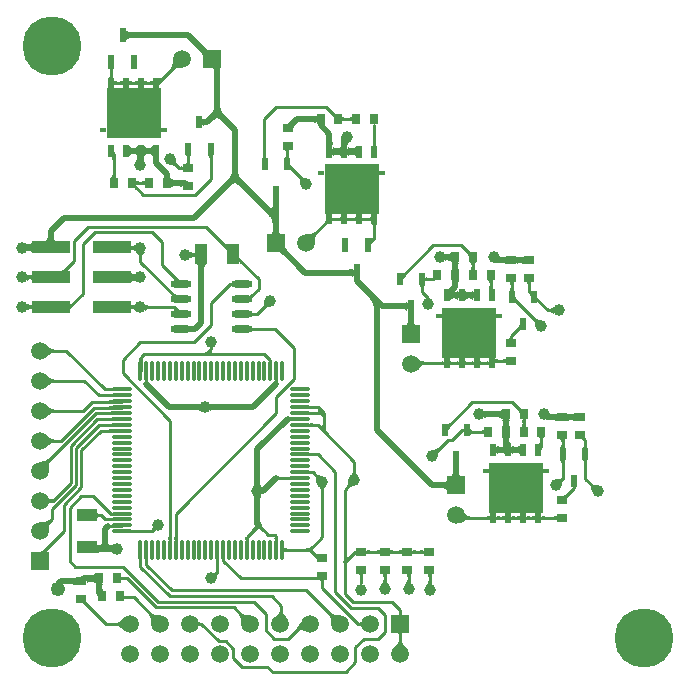
<source format=gtl>
G04 Layer_Physical_Order=1*
G04 Layer_Color=255*
%FSLAX24Y24*%
%MOIN*%
G70*
G01*
G75*
%ADD10R,0.0236X0.0413*%
%ADD11R,0.0236X0.0453*%
%ADD12R,0.0276X0.0354*%
%ADD13R,0.0354X0.0276*%
%ADD14R,0.1250X0.0449*%
%ADD15O,0.0709X0.0118*%
%ADD16O,0.0118X0.0709*%
%ADD17R,0.1819X0.1661*%
%ADD18R,0.0213X0.0138*%
%ADD19R,0.0220X0.0339*%
%ADD20R,0.0220X0.0417*%
%ADD21O,0.0709X0.0236*%
%ADD22R,0.0433X0.0669*%
%ADD23R,0.0669X0.0433*%
%ADD24C,0.0098*%
%ADD25C,0.0197*%
%ADD26R,0.0591X0.0591*%
%ADD27C,0.0591*%
%ADD28R,0.0591X0.0591*%
%ADD29C,0.0492*%
%ADD30C,0.0394*%
%ADD31C,0.1969*%
G36*
X18455Y7785D02*
X18457Y7768D01*
X18459Y7753D01*
X18463Y7740D01*
X18467Y7729D01*
X18472Y7720D01*
X18479Y7713D01*
X18486Y7708D01*
X18495Y7705D01*
X18504Y7704D01*
X18307D01*
X18316Y7705D01*
X18325Y7708D01*
X18332Y7713D01*
X18339Y7720D01*
X18344Y7729D01*
X18348Y7740D01*
X18352Y7753D01*
X18354Y7768D01*
X18356Y7785D01*
X18356Y7804D01*
X18455D01*
X18455Y7785D01*
D02*
G37*
G36*
X19203D02*
X19205Y7768D01*
X19207Y7753D01*
X19211Y7740D01*
X19215Y7729D01*
X19220Y7720D01*
X19227Y7713D01*
X19234Y7708D01*
X19243Y7705D01*
X19252Y7704D01*
X19055D01*
X19064Y7705D01*
X19073Y7708D01*
X19080Y7713D01*
X19087Y7720D01*
X19092Y7729D01*
X19096Y7740D01*
X19100Y7753D01*
X19102Y7768D01*
X19104Y7785D01*
X19104Y7804D01*
X19203D01*
X19203Y7785D01*
D02*
G37*
G36*
X1225Y8114D02*
X1283Y8063D01*
X1310Y8043D01*
X1337Y8026D01*
X1362Y8011D01*
X1386Y8000D01*
X1409Y7993D01*
X1431Y7988D01*
X1453Y7986D01*
Y7888D01*
X1431Y7886D01*
X1409Y7882D01*
X1386Y7874D01*
X1362Y7863D01*
X1337Y7848D01*
X1310Y7831D01*
X1283Y7811D01*
X1225Y7760D01*
X1195Y7730D01*
Y8144D01*
X1225Y8114D01*
D02*
G37*
G36*
X14308Y7624D02*
X14297Y7612D01*
X14288Y7599D01*
X14279Y7584D01*
X14272Y7568D01*
X14265Y7550D01*
X14260Y7531D01*
X14257Y7511D01*
X14254Y7490D01*
X14252Y7467D01*
X14252Y7443D01*
X14057Y7638D01*
X14081Y7638D01*
X14126Y7642D01*
X14146Y7646D01*
X14164Y7651D01*
X14182Y7657D01*
X14198Y7665D01*
X14213Y7673D01*
X14226Y7683D01*
X14239Y7694D01*
X14308Y7624D01*
D02*
G37*
G36*
X18495Y7294D02*
X18486Y7291D01*
X18479Y7286D01*
X18472Y7279D01*
X18467Y7270D01*
X18463Y7259D01*
X18459Y7246D01*
X18457Y7232D01*
X18455Y7215D01*
X18455Y7196D01*
X18356D01*
X18356Y7215D01*
X18354Y7232D01*
X18352Y7246D01*
X18348Y7259D01*
X18344Y7270D01*
X18339Y7279D01*
X18332Y7286D01*
X18325Y7291D01*
X18316Y7294D01*
X18307Y7295D01*
X18504D01*
X18495Y7294D01*
D02*
G37*
G36*
X19243D02*
X19234Y7291D01*
X19227Y7286D01*
X19220Y7279D01*
X19215Y7270D01*
X19211Y7259D01*
X19207Y7246D01*
X19205Y7232D01*
X19203Y7215D01*
X19203Y7196D01*
X19104D01*
X19104Y7215D01*
X19102Y7232D01*
X19100Y7246D01*
X19096Y7259D01*
X19092Y7270D01*
X19087Y7279D01*
X19080Y7286D01*
X19073Y7291D01*
X19064Y7294D01*
X19055Y7295D01*
X19252D01*
X19243Y7294D01*
D02*
G37*
G36*
X9986Y7534D02*
X9990Y7533D01*
X9996Y7532D01*
X10014Y7531D01*
X10090Y7530D01*
X10090Y7431D01*
X9983Y7426D01*
Y7535D01*
X9986Y7534D01*
D02*
G37*
G36*
X16491Y7441D02*
X16489Y7460D01*
X16483Y7476D01*
X16473Y7491D01*
X16459Y7504D01*
X16441Y7515D01*
X16419Y7524D01*
X16394Y7531D01*
X16364Y7535D01*
X16348Y7537D01*
X16333Y7535D01*
X16303Y7531D01*
X16278Y7524D01*
X16256Y7515D01*
X16238Y7504D01*
X16224Y7491D01*
X16214Y7476D01*
X16208Y7460D01*
X16206Y7441D01*
Y7835D01*
X16208Y7816D01*
X16214Y7799D01*
X16224Y7784D01*
X16238Y7772D01*
X16256Y7761D01*
X16278Y7752D01*
X16303Y7745D01*
X16333Y7740D01*
X16348Y7739D01*
X16364Y7740D01*
X16394Y7745D01*
X16419Y7752D01*
X16441Y7761D01*
X16459Y7772D01*
X16473Y7784D01*
X16483Y7799D01*
X16489Y7816D01*
X16491Y7835D01*
Y7441D01*
D02*
G37*
G36*
X19151Y8034D02*
X19151Y8032D01*
X19152Y8030D01*
X19154Y8026D01*
X19157Y8022D01*
X19161Y8017D01*
X19173Y8004D01*
X19188Y7988D01*
X19113Y7924D01*
X19099Y7937D01*
X19038Y7991D01*
X19034Y7993D01*
X19032Y7993D01*
X19152Y8035D01*
X19151Y8034D01*
D02*
G37*
G36*
X17786Y8053D02*
X17778Y8050D01*
X17770Y8045D01*
X17764Y8038D01*
X17758Y8029D01*
X17754Y8018D01*
X17751Y8005D01*
X17748Y7990D01*
X17747Y7973D01*
X17746Y7954D01*
X17648D01*
X17647Y7973D01*
X17646Y7990D01*
X17643Y8005D01*
X17640Y8018D01*
X17635Y8029D01*
X17630Y8038D01*
X17624Y8045D01*
X17616Y8050D01*
X17608Y8053D01*
X17598Y8054D01*
X17795D01*
X17786Y8053D01*
D02*
G37*
G36*
X15333Y8317D02*
X15336Y8309D01*
X15341Y8302D01*
X15348Y8295D01*
X15357Y8290D01*
X15368Y8285D01*
X15381Y8282D01*
X15396Y8280D01*
X15413Y8278D01*
X15432Y8278D01*
Y8179D01*
X15413Y8179D01*
X15396Y8177D01*
X15381Y8175D01*
X15368Y8171D01*
X15357Y8167D01*
X15348Y8161D01*
X15341Y8155D01*
X15336Y8148D01*
X15333Y8139D01*
X15332Y8130D01*
Y8327D01*
X15333Y8317D01*
D02*
G37*
G36*
X18495Y7992D02*
X18486Y7989D01*
X18479Y7984D01*
X18472Y7978D01*
X18467Y7969D01*
X18463Y7958D01*
X18459Y7945D01*
X18457Y7930D01*
X18455Y7914D01*
X18455Y7895D01*
X18356D01*
X18356Y7914D01*
X18354Y7930D01*
X18352Y7945D01*
X18348Y7958D01*
X18344Y7969D01*
X18339Y7978D01*
X18332Y7984D01*
X18325Y7989D01*
X18316Y7992D01*
X18307Y7993D01*
X18504D01*
X18495Y7992D01*
D02*
G37*
G36*
X16991Y7441D02*
X16989Y7460D01*
X16983Y7476D01*
X16973Y7491D01*
X16959Y7504D01*
X16941Y7515D01*
X16919Y7524D01*
X16894Y7531D01*
X16864Y7535D01*
X16848Y7537D01*
X16833Y7535D01*
X16803Y7531D01*
X16778Y7524D01*
X16756Y7515D01*
X16738Y7504D01*
X16724Y7491D01*
X16714Y7476D01*
X16708Y7460D01*
X16706Y7441D01*
Y7835D01*
X16708Y7816D01*
X16714Y7799D01*
X16724Y7784D01*
X16738Y7772D01*
X16756Y7761D01*
X16778Y7752D01*
X16803Y7745D01*
X16833Y7740D01*
X16848Y7739D01*
X16864Y7740D01*
X16894Y7745D01*
X16919Y7752D01*
X16941Y7761D01*
X16959Y7772D01*
X16973Y7784D01*
X16983Y7799D01*
X16989Y7816D01*
X16991Y7835D01*
Y7441D01*
D02*
G37*
G36*
X17707Y7845D02*
X17598Y7844D01*
X17608Y7845D01*
X17616Y7848D01*
X17624Y7853D01*
X17630Y7860D01*
X17635Y7869D01*
X17640Y7880D01*
X17643Y7893D01*
X17646Y7908D01*
X17647Y7925D01*
X17648Y7944D01*
X17746D01*
X17707Y7845D01*
D02*
G37*
G36*
X16645Y8050D02*
X16639Y8045D01*
X16633Y8035D01*
X16628Y8021D01*
X16624Y8003D01*
X16620Y7982D01*
X16619Y7966D01*
X16623Y7942D01*
X16629Y7916D01*
X16638Y7894D01*
X16648Y7877D01*
X16660Y7863D01*
X16674Y7853D01*
X16690Y7847D01*
X16707Y7845D01*
X16489D01*
X16476Y7847D01*
X16463Y7853D01*
X16461Y7856D01*
X16417D01*
X16417Y7893D01*
X16411Y7982D01*
X16408Y8003D01*
X16404Y8021D01*
X16399Y8035D01*
X16393Y8045D01*
X16386Y8050D01*
X16379Y8052D01*
X16652D01*
X16645Y8050D01*
D02*
G37*
G36*
X1323Y7266D02*
X1308Y7249D01*
X1296Y7230D01*
X1286Y7208D01*
X1278Y7183D01*
X1272Y7156D01*
X1268Y7126D01*
X1267Y7094D01*
X1268Y7059D01*
X1271Y7022D01*
X1276Y6982D01*
X945Y7230D01*
X990Y7236D01*
X1105Y7260D01*
X1136Y7269D01*
X1164Y7279D01*
X1189Y7290D01*
X1211Y7301D01*
X1229Y7313D01*
X1243Y7326D01*
X1323Y7266D01*
D02*
G37*
G36*
X19396Y6502D02*
X19409Y6492D01*
X19424Y6484D01*
X19440Y6476D01*
X19458Y6470D01*
X19476Y6465D01*
X19497Y6461D01*
X19518Y6459D01*
X19541Y6457D01*
X19565Y6457D01*
X19370Y6262D01*
X19370Y6286D01*
X19366Y6330D01*
X19362Y6350D01*
X19357Y6369D01*
X19350Y6387D01*
X19343Y6403D01*
X19334Y6418D01*
X19325Y6431D01*
X19314Y6443D01*
X19383Y6513D01*
X19396Y6502D01*
D02*
G37*
G36*
X10515Y6417D02*
X10486Y6383D01*
X10475Y6366D01*
X10465Y6349D01*
X10457Y6332D01*
X10451Y6315D01*
X10446Y6299D01*
X10444Y6282D01*
X10443Y6266D01*
X10344D01*
X10344Y6282D01*
X10341Y6299D01*
X10337Y6315D01*
X10330Y6332D01*
X10322Y6349D01*
X10313Y6366D01*
X10301Y6383D01*
X10288Y6400D01*
X10273Y6417D01*
X10256Y6434D01*
X10532D01*
X10515Y6417D01*
D02*
G37*
G36*
X11455Y6417D02*
X11431Y6417D01*
X11386Y6413D01*
X11366Y6409D01*
X11347Y6404D01*
X11330Y6398D01*
X11314Y6390D01*
X11299Y6382D01*
X11285Y6372D01*
X11273Y6361D01*
X11204Y6431D01*
X11215Y6443D01*
X11224Y6456D01*
X11233Y6471D01*
X11240Y6487D01*
X11246Y6505D01*
X11251Y6524D01*
X11255Y6544D01*
X11258Y6565D01*
X11260Y6588D01*
X11260Y6612D01*
X11455Y6417D01*
D02*
G37*
G36*
X14550Y6260D02*
X14548Y6279D01*
X14542Y6295D01*
X14532Y6310D01*
X14518Y6323D01*
X14500Y6334D01*
X14478Y6343D01*
X14453Y6349D01*
X14423Y6354D01*
X14389Y6357D01*
X14352Y6358D01*
Y6555D01*
X14389Y6556D01*
X14423Y6559D01*
X14453Y6564D01*
X14478Y6571D01*
X14500Y6580D01*
X14518Y6591D01*
X14532Y6603D01*
X14542Y6618D01*
X14548Y6635D01*
X14550Y6654D01*
Y6260D01*
D02*
G37*
G36*
X8359Y6111D02*
X8352Y6101D01*
X8346Y6090D01*
X8341Y6077D01*
X8337Y6063D01*
X8333Y6047D01*
X8330Y6031D01*
X8328Y6012D01*
X8327Y5971D01*
X8130D01*
X8130Y5992D01*
X8126Y6031D01*
X8124Y6047D01*
X8120Y6063D01*
X8116Y6077D01*
X8111Y6090D01*
X8105Y6101D01*
X8098Y6111D01*
X8091Y6119D01*
X8366D01*
X8359Y6111D01*
D02*
G37*
G36*
X18631Y6141D02*
X18610Y6118D01*
X18577Y6080D01*
X18565Y6063D01*
X18556Y6048D01*
X18551Y6035D01*
X18549Y6024D01*
X18549Y6015D01*
X18553Y6007D01*
X18561Y6001D01*
X18383Y6100D01*
X18393Y6096D01*
X18403Y6095D01*
X18414Y6096D01*
X18427Y6100D01*
X18440Y6105D01*
X18454Y6114D01*
X18470Y6124D01*
X18486Y6137D01*
X18504Y6153D01*
X18522Y6171D01*
X18631Y6141D01*
D02*
G37*
G36*
X8327Y6527D02*
X8330Y6489D01*
X8333Y6472D01*
X8337Y6457D01*
X8341Y6443D01*
X8346Y6430D01*
X8352Y6419D01*
X8359Y6409D01*
X8360Y6407D01*
X8363Y6406D01*
X8371Y6403D01*
X8380Y6403D01*
X8390Y6405D01*
X8401Y6409D01*
X8412Y6415D01*
X8425Y6424D01*
X8439Y6434D01*
X8453Y6447D01*
X8469Y6462D01*
X8577Y6292D01*
X8394Y6153D01*
X8357Y6400D01*
X8091D01*
X8098Y6409D01*
X8105Y6419D01*
X8111Y6430D01*
X8116Y6443D01*
X8120Y6457D01*
X8124Y6472D01*
X8126Y6489D01*
X8128Y6507D01*
X8130Y6548D01*
X8327D01*
X8327Y6527D01*
D02*
G37*
G36*
X10222Y6817D02*
X10236Y6807D01*
X10251Y6799D01*
X10267Y6791D01*
X10284Y6785D01*
X10303Y6780D01*
X10323Y6776D01*
X10345Y6773D01*
X10368Y6772D01*
X10392Y6772D01*
X10197Y6577D01*
X10197Y6601D01*
X10192Y6645D01*
X10188Y6665D01*
X10183Y6684D01*
X10177Y6702D01*
X10170Y6718D01*
X10161Y6733D01*
X10152Y6746D01*
X10141Y6758D01*
X10210Y6828D01*
X10222Y6817D01*
D02*
G37*
G36*
X11507Y6907D02*
X11509Y6890D01*
X11514Y6874D01*
X11520Y6857D01*
X11528Y6840D01*
X11538Y6823D01*
X11549Y6806D01*
X11563Y6789D01*
X11578Y6772D01*
X11594Y6755D01*
X11319D01*
X11336Y6772D01*
X11364Y6806D01*
X11376Y6823D01*
X11385Y6840D01*
X11393Y6857D01*
X11400Y6874D01*
X11404Y6890D01*
X11407Y6907D01*
X11407Y6923D01*
X11506D01*
X11507Y6907D01*
D02*
G37*
G36*
X9986Y6943D02*
X9990Y6942D01*
X9995Y6942D01*
X10011Y6940D01*
X10062Y6939D01*
X10079Y6939D01*
Y6841D01*
X9983Y6835D01*
Y6944D01*
X9986Y6943D01*
D02*
G37*
G36*
X14956Y7174D02*
X14953Y7169D01*
X14950Y7159D01*
X14948Y7145D01*
X14946Y7127D01*
X14942Y7050D01*
X14941Y6980D01*
X14744D01*
X14744Y7017D01*
X14735Y7159D01*
X14732Y7169D01*
X14729Y7174D01*
X14726Y7176D01*
X14959D01*
X14956Y7174D01*
D02*
G37*
G36*
X14942Y6910D02*
X14945Y6876D01*
X14950Y6847D01*
X14957Y6821D01*
X14966Y6799D01*
X14976Y6781D01*
X14989Y6767D01*
X15004Y6757D01*
X15021Y6752D01*
X15039Y6750D01*
X14646D01*
X14664Y6752D01*
X14681Y6757D01*
X14696Y6767D01*
X14709Y6781D01*
X14719Y6799D01*
X14728Y6821D01*
X14735Y6847D01*
X14740Y6876D01*
X14743Y6910D01*
X14744Y6948D01*
X14941D01*
X14942Y6910D01*
D02*
G37*
G36*
X8915Y6759D02*
X8924Y6755D01*
X8936Y6752D01*
X8953Y6749D01*
X8995Y6745D01*
X9085Y6742D01*
X9121Y6742D01*
Y6644D01*
X9085Y6643D01*
X8936Y6634D01*
X8924Y6631D01*
X8915Y6627D01*
X8909Y6623D01*
Y6763D01*
X8915Y6759D01*
D02*
G37*
G36*
X9348Y6638D02*
X9345Y6639D01*
X9341Y6640D01*
X9335Y6641D01*
X9317Y6642D01*
X9241Y6644D01*
Y6742D01*
X9348Y6747D01*
Y6638D01*
D02*
G37*
G36*
X18440Y6638D02*
X18428Y6625D01*
X18418Y6612D01*
X18409Y6597D01*
X18401Y6581D01*
X18395Y6565D01*
X18390Y6548D01*
X18387Y6530D01*
X18385Y6512D01*
X18384Y6493D01*
X18385Y6472D01*
X18205Y6653D01*
X18225Y6652D01*
X18244Y6652D01*
X18263Y6654D01*
X18281Y6658D01*
X18298Y6663D01*
X18314Y6669D01*
X18329Y6676D01*
X18344Y6686D01*
X18358Y6696D01*
X18371Y6708D01*
X18440Y6638D01*
D02*
G37*
G36*
X6355Y8917D02*
X6347Y8925D01*
X6337Y8931D01*
X6326Y8937D01*
X6313Y8943D01*
X6299Y8947D01*
X6284Y8950D01*
X6267Y8953D01*
X6248Y8955D01*
X6207Y8957D01*
Y9154D01*
X6229Y9154D01*
X6267Y9157D01*
X6284Y9160D01*
X6299Y9163D01*
X6313Y9168D01*
X6326Y9173D01*
X6337Y9179D01*
X6347Y9185D01*
X6355Y9193D01*
Y8917D01*
D02*
G37*
G36*
X6645Y9185D02*
X6655Y9179D01*
X6666Y9173D01*
X6679Y9168D01*
X6693Y9163D01*
X6708Y9160D01*
X6725Y9157D01*
X6744Y9155D01*
X6785Y9154D01*
Y8957D01*
X6763Y8956D01*
X6725Y8953D01*
X6708Y8950D01*
X6693Y8947D01*
X6679Y8943D01*
X6666Y8937D01*
X6655Y8931D01*
X6645Y8925D01*
X6637Y8917D01*
Y9193D01*
X6645Y9185D01*
D02*
G37*
G36*
X3403Y9001D02*
X3403Y9000D01*
X3402Y8999D01*
X3399Y8998D01*
X3394Y8998D01*
X3379Y8997D01*
X3327Y8996D01*
X3284Y9094D01*
X3302Y9095D01*
X3362Y9098D01*
X3373Y9100D01*
X3391Y9104D01*
X3397Y9107D01*
X3403Y9110D01*
Y9001D01*
D02*
G37*
G36*
X18800Y8584D02*
X18798Y8591D01*
X18793Y8598D01*
X18783Y8603D01*
X18769Y8608D01*
X18751Y8613D01*
X18730Y8616D01*
X18704Y8619D01*
X18687Y8619D01*
X18633Y8616D01*
X18611Y8613D01*
X18593Y8608D01*
X18580Y8603D01*
X18570Y8598D01*
X18564Y8591D01*
X18562Y8584D01*
Y8857D01*
X18564Y8850D01*
X18570Y8843D01*
X18580Y8838D01*
X18593Y8833D01*
X18611Y8828D01*
X18633Y8825D01*
X18658Y8822D01*
X18675Y8822D01*
X18730Y8825D01*
X18751Y8828D01*
X18769Y8833D01*
X18783Y8838D01*
X18793Y8843D01*
X18798Y8850D01*
X18800Y8857D01*
Y8584D01*
D02*
G37*
G36*
X3403Y8804D02*
X3400Y8805D01*
X3396Y8806D01*
X3390Y8806D01*
X3372Y8808D01*
X3296Y8809D01*
Y8907D01*
X3403Y8913D01*
Y8804D01*
D02*
G37*
G36*
X9986Y8912D02*
X9990Y8911D01*
X9996Y8910D01*
X10014Y8909D01*
X10090Y8907D01*
Y8809D01*
X9983Y8804D01*
Y8913D01*
X9986Y8912D01*
D02*
G37*
G36*
X16952Y9043D02*
X16991Y9010D01*
X17008Y8998D01*
X17023Y8989D01*
X17036Y8984D01*
X17047Y8982D01*
X17056Y8982D01*
X17064Y8986D01*
X17070Y8994D01*
X16971Y8816D01*
X16975Y8826D01*
X16976Y8836D01*
X16975Y8847D01*
X16971Y8860D01*
X16965Y8873D01*
X16957Y8888D01*
X16946Y8903D01*
X16933Y8919D01*
X16918Y8937D01*
X16900Y8955D01*
X16930Y9064D01*
X16952Y9043D01*
D02*
G37*
G36*
X9986Y9109D02*
X9990Y9108D01*
X9996Y9107D01*
X10014Y9106D01*
X10090Y9104D01*
Y9006D01*
X9983Y9001D01*
Y9110D01*
X9986Y9109D01*
D02*
G37*
G36*
X4577Y10069D02*
X4587Y9921D01*
X4590Y9908D01*
X4593Y9899D01*
X4597Y9893D01*
X4578D01*
X4577Y9832D01*
X4478D01*
X4475Y9893D01*
X4458D01*
X4462Y9899D01*
X4465Y9908D01*
X4468Y9921D01*
X4471Y9937D01*
X4475Y9979D01*
X4478Y10069D01*
X4478Y10106D01*
X4577D01*
X4577Y10069D01*
D02*
G37*
G36*
X8908Y10069D02*
X8917Y9921D01*
X8921Y9908D01*
X8924Y9899D01*
X8928Y9893D01*
X8909D01*
X8907Y9832D01*
X8809D01*
X8806Y9893D01*
X8789D01*
X8793Y9899D01*
X8796Y9908D01*
X8799Y9921D01*
X8802Y9937D01*
X8806Y9979D01*
X8809Y10069D01*
X8809Y10106D01*
X8907D01*
X8908Y10069D01*
D02*
G37*
G36*
X13570Y10695D02*
X13664Y10628D01*
X13692Y10612D01*
X13719Y10598D01*
X13744Y10588D01*
X13767Y10581D01*
X13788Y10576D01*
X13808Y10575D01*
X13818Y10476D01*
X13796Y10475D01*
X13774Y10470D01*
X13751Y10462D01*
X13727Y10450D01*
X13703Y10435D01*
X13679Y10417D01*
X13654Y10396D01*
X13629Y10371D01*
X13603Y10343D01*
X13577Y10311D01*
X13536Y10723D01*
X13570Y10695D01*
D02*
G37*
G36*
X1225Y10114D02*
X1283Y10063D01*
X1310Y10043D01*
X1337Y10026D01*
X1362Y10011D01*
X1386Y10000D01*
X1409Y9993D01*
X1431Y9988D01*
X1453Y9986D01*
Y9888D01*
X1431Y9886D01*
X1409Y9882D01*
X1386Y9874D01*
X1362Y9863D01*
X1337Y9848D01*
X1310Y9831D01*
X1283Y9811D01*
X1225Y9760D01*
X1195Y9730D01*
Y10144D01*
X1225Y10114D01*
D02*
G37*
G36*
X3403Y9197D02*
X3403Y9197D01*
X3402Y9196D01*
X3399Y9195D01*
X3394Y9195D01*
X3379Y9194D01*
X3327Y9193D01*
X3284Y9291D01*
X3302Y9291D01*
X3362Y9295D01*
X3373Y9297D01*
X3391Y9301D01*
X3397Y9304D01*
X3403Y9306D01*
Y9197D01*
D02*
G37*
G36*
Y9394D02*
X3400Y9395D01*
X3396Y9396D01*
X3390Y9397D01*
X3372Y9398D01*
X3296Y9400D01*
Y9498D01*
X3403Y9503D01*
Y9394D01*
D02*
G37*
G36*
Y9591D02*
X3400Y9592D01*
X3396Y9593D01*
X3390Y9594D01*
X3372Y9595D01*
X3296Y9596D01*
Y9695D01*
X3403Y9700D01*
Y9591D01*
D02*
G37*
G36*
X1225Y9114D02*
X1283Y9063D01*
X1310Y9043D01*
X1337Y9026D01*
X1362Y9011D01*
X1386Y9000D01*
X1409Y8993D01*
X1431Y8988D01*
X1453Y8986D01*
Y8888D01*
X1431Y8886D01*
X1409Y8881D01*
X1386Y8874D01*
X1362Y8863D01*
X1337Y8848D01*
X1310Y8831D01*
X1283Y8811D01*
X1225Y8760D01*
X1195Y8730D01*
Y9144D01*
X1225Y9114D01*
D02*
G37*
G36*
X16379Y8643D02*
X16652D01*
X16645Y8641D01*
X16639Y8635D01*
X16633Y8625D01*
X16628Y8611D01*
X16624Y8594D01*
X16620Y8572D01*
X16618Y8546D01*
X16617Y8529D01*
X16620Y8475D01*
X16624Y8454D01*
X16628Y8436D01*
X16633Y8422D01*
X16639Y8412D01*
X16645Y8406D01*
X16652Y8404D01*
X16379D01*
X16386Y8406D01*
X16393Y8412D01*
X16399Y8422D01*
X16404Y8436D01*
X16408Y8454D01*
X16411Y8475D01*
X16414Y8501D01*
X16415Y8518D01*
X16411Y8572D01*
X16408Y8594D01*
X16404Y8611D01*
X16399Y8625D01*
X16393Y8635D01*
X16386Y8641D01*
X16379Y8643D01*
X16377Y8658D01*
X16371Y8671D01*
X16361Y8682D01*
X16348Y8693D01*
X16330Y8701D01*
X16308Y8708D01*
X16283Y8713D01*
X16253Y8717D01*
X16220Y8720D01*
X16182Y8720D01*
Y8917D01*
X16220Y8918D01*
X16283Y8924D01*
X16308Y8930D01*
X16330Y8937D01*
X16348Y8945D01*
X16361Y8955D01*
X16371Y8967D01*
X16377Y8980D01*
X16379Y8995D01*
Y8643D01*
D02*
G37*
G36*
X3403Y8410D02*
X3403Y8409D01*
X3402Y8408D01*
X3399Y8408D01*
X3394Y8407D01*
X3379Y8406D01*
X3327Y8406D01*
X3284Y8504D01*
X3302Y8504D01*
X3362Y8508D01*
X3373Y8509D01*
X3391Y8514D01*
X3397Y8516D01*
X3403Y8519D01*
Y8410D01*
D02*
G37*
G36*
X9986Y8518D02*
X9990Y8517D01*
X9996Y8516D01*
X10014Y8515D01*
X10090Y8514D01*
Y8415D01*
X9983Y8410D01*
Y8519D01*
X9986Y8518D01*
D02*
G37*
G36*
X17156Y8484D02*
X17157Y8467D01*
X17160Y8452D01*
X17163Y8439D01*
X17168Y8428D01*
X17173Y8419D01*
X17180Y8412D01*
X17187Y8407D01*
X17195Y8404D01*
X17205Y8403D01*
X17008D01*
X17017Y8404D01*
X17026Y8407D01*
X17033Y8412D01*
X17039Y8419D01*
X17045Y8428D01*
X17049Y8439D01*
X17053Y8452D01*
X17055Y8467D01*
X17057Y8484D01*
X17057Y8503D01*
X17156D01*
X17156Y8484D01*
D02*
G37*
G36*
X15789Y8130D02*
X15788Y8139D01*
X15785Y8148D01*
X15780Y8155D01*
X15773Y8161D01*
X15764Y8167D01*
X15753Y8171D01*
X15740Y8175D01*
X15726Y8177D01*
X15709Y8179D01*
X15690Y8179D01*
Y8278D01*
X15709Y8278D01*
X15726Y8280D01*
X15740Y8282D01*
X15753Y8285D01*
X15764Y8290D01*
X15773Y8295D01*
X15780Y8302D01*
X15785Y8309D01*
X15788Y8317D01*
X15789Y8327D01*
Y8130D01*
D02*
G37*
G36*
X3403Y8213D02*
X3400Y8214D01*
X3396Y8215D01*
X3390Y8216D01*
X3372Y8217D01*
X3296Y8219D01*
Y8317D01*
X3403Y8322D01*
Y8213D01*
D02*
G37*
G36*
X15101Y8237D02*
X15100Y8237D01*
X15099Y8237D01*
X15096Y8238D01*
X15059Y8238D01*
X15049Y8238D01*
Y8337D01*
X15101Y8338D01*
Y8237D01*
D02*
G37*
G36*
X10482Y8387D02*
X10483Y8367D01*
X10485Y8348D01*
X10489Y8330D01*
X10493Y8312D01*
X10500Y8295D01*
X10507Y8279D01*
X10516Y8263D01*
X10527Y8248D01*
X10539Y8233D01*
X10552Y8219D01*
X10398Y8233D01*
X10314Y8456D01*
X10327Y8444D01*
X10339Y8435D01*
X10350Y8429D01*
X10359Y8427D01*
X10366Y8429D01*
X10373Y8433D01*
X10378Y8441D01*
X10381Y8452D01*
X10383Y8467D01*
X10384Y8485D01*
X10482Y8387D01*
D02*
G37*
G36*
X3403Y8607D02*
X3403Y8606D01*
X3402Y8605D01*
X3399Y8605D01*
X3394Y8604D01*
X3379Y8603D01*
X3327Y8602D01*
X3284Y8701D01*
X3302Y8701D01*
X3362Y8705D01*
X3373Y8706D01*
X3391Y8710D01*
X3397Y8713D01*
X3403Y8716D01*
Y8607D01*
D02*
G37*
G36*
X15779Y8949D02*
X15789Y8943D01*
X15800Y8937D01*
X15813Y8931D01*
X15827Y8927D01*
X15842Y8924D01*
X15859Y8921D01*
X15878Y8919D01*
X15919Y8917D01*
Y8720D01*
X15897Y8720D01*
X15859Y8717D01*
X15842Y8714D01*
X15827Y8711D01*
X15813Y8706D01*
X15800Y8701D01*
X15789Y8695D01*
X15779Y8689D01*
X15770Y8681D01*
Y8957D01*
X15779Y8949D01*
D02*
G37*
G36*
X10433Y8858D02*
X10384Y8711D01*
X10383Y8729D01*
X10380Y8746D01*
X10375Y8761D01*
X10368Y8774D01*
X10359Y8784D01*
X10348Y8793D01*
X10336Y8800D01*
X10321Y8805D01*
X10304Y8808D01*
X10285Y8809D01*
X10216Y8907D01*
X10234Y8908D01*
X10248Y8910D01*
X10260Y8914D01*
X10268Y8919D01*
X10272Y8925D01*
X10273Y8933D01*
X10271Y8942D01*
X10266Y8952D01*
X10257Y8964D01*
X10245Y8977D01*
X10433Y8858D01*
D02*
G37*
G36*
X9308Y8727D02*
X9317Y8724D01*
X9330Y8721D01*
X9346Y8718D01*
X9389Y8714D01*
X9478Y8711D01*
X9515Y8711D01*
Y8612D01*
X9478Y8612D01*
X9330Y8602D01*
X9317Y8599D01*
X9308Y8596D01*
X9302Y8592D01*
Y8611D01*
X9241Y8612D01*
Y8711D01*
X9302Y8714D01*
Y8731D01*
X9308Y8727D01*
D02*
G37*
G36*
X14655Y8404D02*
X14642Y8390D01*
X14630Y8376D01*
X14619Y8362D01*
X14610Y8348D01*
X14602Y8334D01*
X14596Y8320D01*
X14591Y8307D01*
X14587Y8293D01*
X14585Y8279D01*
X14584Y8265D01*
X14585Y8493D01*
X14586Y8490D01*
X14588Y8489D01*
X14592Y8489D01*
X14597Y8492D01*
X14603Y8496D01*
X14610Y8502D01*
X14630Y8519D01*
X14655Y8544D01*
Y8404D01*
D02*
G37*
G36*
X17195Y8643D02*
X17187Y8640D01*
X17180Y8635D01*
X17173Y8628D01*
X17168Y8619D01*
X17163Y8608D01*
X17160Y8595D01*
X17157Y8580D01*
X17156Y8563D01*
X17156Y8545D01*
X17057D01*
X17057Y8563D01*
X17055Y8580D01*
X17053Y8595D01*
X17049Y8608D01*
X17045Y8619D01*
X17039Y8628D01*
X17033Y8635D01*
X17026Y8640D01*
X17017Y8643D01*
X17008Y8644D01*
X17205D01*
X17195Y8643D01*
D02*
G37*
G36*
X17989Y8859D02*
X17995Y8850D01*
X18002Y8843D01*
X18012Y8837D01*
X18023Y8831D01*
X18037Y8827D01*
X18052Y8823D01*
X18070Y8821D01*
X18072Y8821D01*
X18139Y8825D01*
X18161Y8828D01*
X18178Y8833D01*
X18192Y8838D01*
X18202Y8843D01*
X18208Y8850D01*
X18210Y8857D01*
Y8584D01*
X18208Y8591D01*
X18202Y8598D01*
X18192Y8603D01*
X18178Y8608D01*
X18161Y8613D01*
X18139Y8616D01*
X18113Y8619D01*
X18050Y8622D01*
X18013Y8622D01*
Y8625D01*
X17857Y8632D01*
X17986Y8868D01*
X17989Y8859D01*
D02*
G37*
G36*
X10218Y3308D02*
X10217Y3306D01*
X10214Y3304D01*
X10209Y3303D01*
X10202Y3301D01*
X10193Y3300D01*
X10170Y3298D01*
X10119Y3297D01*
Y3396D01*
X10138Y3396D01*
X10155Y3398D01*
X10170Y3400D01*
X10183Y3404D01*
X10194Y3408D01*
X10203Y3413D01*
X10210Y3420D01*
X10215Y3427D01*
X10218Y3436D01*
X10219Y3445D01*
X10218Y3308D01*
D02*
G37*
G36*
X11782Y3505D02*
X11774Y3502D01*
X11766Y3497D01*
X11760Y3490D01*
X11754Y3481D01*
X11750Y3470D01*
X11747Y3458D01*
X11744Y3443D01*
X11743Y3426D01*
X11742Y3407D01*
X11644D01*
X11643Y3426D01*
X11642Y3443D01*
X11639Y3458D01*
X11636Y3470D01*
X11631Y3481D01*
X11626Y3490D01*
X11620Y3497D01*
X11612Y3502D01*
X11604Y3505D01*
X11594Y3506D01*
X11791D01*
X11782Y3505D01*
D02*
G37*
G36*
X12569D02*
X12561Y3502D01*
X12554Y3497D01*
X12547Y3490D01*
X12542Y3481D01*
X12537Y3470D01*
X12534Y3458D01*
X12531Y3443D01*
X12530Y3426D01*
X12530Y3407D01*
X12431D01*
X12431Y3426D01*
X12429Y3443D01*
X12427Y3458D01*
X12423Y3470D01*
X12419Y3481D01*
X12413Y3490D01*
X12407Y3497D01*
X12400Y3502D01*
X12391Y3505D01*
X12382Y3506D01*
X12579D01*
X12569Y3505D01*
D02*
G37*
G36*
X3681Y3436D02*
X3684Y3427D01*
X3689Y3420D01*
X3696Y3413D01*
X3704Y3408D01*
X3715Y3404D01*
X3728Y3400D01*
X3743Y3398D01*
X3760Y3396D01*
X3778Y3396D01*
Y3297D01*
X3760Y3297D01*
X3743Y3295D01*
X3728Y3293D01*
X3715Y3289D01*
X3704Y3285D01*
X3696Y3280D01*
X3689Y3273D01*
X3684Y3266D01*
X3681Y3257D01*
X3680Y3248D01*
Y3445D01*
X3681Y3436D01*
D02*
G37*
G36*
X12530Y3285D02*
X12533Y3268D01*
X12537Y3252D01*
X12544Y3235D01*
X12552Y3218D01*
X12561Y3201D01*
X12573Y3184D01*
X12586Y3167D01*
X12601Y3150D01*
X12618Y3133D01*
X12343D01*
X12359Y3150D01*
X12388Y3184D01*
X12399Y3201D01*
X12409Y3218D01*
X12417Y3235D01*
X12423Y3252D01*
X12428Y3268D01*
X12430Y3285D01*
X12431Y3301D01*
X12530D01*
X12530Y3285D01*
D02*
G37*
G36*
X13318D02*
X13320Y3268D01*
X13325Y3252D01*
X13331Y3235D01*
X13339Y3218D01*
X13349Y3201D01*
X13360Y3184D01*
X13374Y3167D01*
X13389Y3150D01*
X13406Y3133D01*
X13130D01*
X13147Y3150D01*
X13175Y3184D01*
X13187Y3201D01*
X13196Y3218D01*
X13204Y3235D01*
X13211Y3252D01*
X13215Y3268D01*
X13218Y3285D01*
X13219Y3301D01*
X13317D01*
X13318Y3285D01*
D02*
G37*
G36*
X10483Y3308D02*
X10474Y3305D01*
X10467Y3301D01*
X10461Y3294D01*
X10455Y3285D01*
X10451Y3274D01*
X10447Y3261D01*
X10445Y3246D01*
X10443Y3229D01*
X10443Y3210D01*
X10344D01*
X10344Y3229D01*
X10343Y3246D01*
X10340Y3261D01*
X10337Y3274D01*
X10332Y3285D01*
X10327Y3294D01*
X10320Y3301D01*
X10313Y3305D01*
X10305Y3308D01*
X10295Y3309D01*
X10492D01*
X10483Y3308D01*
D02*
G37*
G36*
X13357Y3505D02*
X13348Y3502D01*
X13341Y3497D01*
X13335Y3490D01*
X13329Y3481D01*
X13325Y3470D01*
X13321Y3458D01*
X13319Y3443D01*
X13317Y3426D01*
X13317Y3407D01*
X13219D01*
X13218Y3426D01*
X13217Y3443D01*
X13214Y3458D01*
X13211Y3470D01*
X13206Y3481D01*
X13201Y3490D01*
X13194Y3497D01*
X13187Y3502D01*
X13179Y3505D01*
X13169Y3506D01*
X13366D01*
X13357Y3505D01*
D02*
G37*
G36*
X4581Y3991D02*
X4580Y3986D01*
X4579Y3980D01*
X4578Y3963D01*
X4577Y3887D01*
X4478D01*
X4473Y3993D01*
X4582D01*
X4581Y3991D01*
D02*
G37*
G36*
X6943D02*
X6942Y3986D01*
X6942Y3980D01*
X6940Y3963D01*
X6939Y3887D01*
X6841D01*
X6835Y3993D01*
X6944D01*
X6943Y3991D01*
D02*
G37*
G36*
X10156Y4205D02*
X10172Y4192D01*
X10179Y4187D01*
X10186Y4182D01*
X10193Y4179D01*
X10199Y4176D01*
X10206Y4174D01*
X10212Y4172D01*
X10218Y4172D01*
X10219Y3934D01*
X10218Y3948D01*
X10216Y3962D01*
X10212Y3976D01*
X10207Y3990D01*
X10201Y4004D01*
X10193Y4018D01*
X10184Y4031D01*
X10174Y4045D01*
X10162Y4060D01*
X10148Y4074D01*
Y4213D01*
X10156Y4205D01*
D02*
G37*
G36*
X4384Y3991D02*
X4383Y3986D01*
X4383Y3980D01*
X4381Y3963D01*
X4380Y3887D01*
X4282D01*
X4276Y3993D01*
X4385D01*
X4384Y3991D01*
D02*
G37*
G36*
X14065Y3505D02*
X14057Y3502D01*
X14050Y3497D01*
X14043Y3490D01*
X14038Y3481D01*
X14033Y3470D01*
X14030Y3458D01*
X14028Y3443D01*
X14026Y3426D01*
X14026Y3407D01*
X13927D01*
X13927Y3426D01*
X13925Y3443D01*
X13923Y3458D01*
X13919Y3470D01*
X13915Y3481D01*
X13909Y3490D01*
X13903Y3497D01*
X13896Y3502D01*
X13887Y3505D01*
X13878Y3506D01*
X14075D01*
X14065Y3505D01*
D02*
G37*
G36*
X6924Y3509D02*
X6913Y3498D01*
X6904Y3487D01*
X6896Y3476D01*
X6890Y3465D01*
X6885Y3455D01*
X6881Y3444D01*
X6879Y3434D01*
X6879Y3424D01*
X6880Y3414D01*
X6882Y3404D01*
X6749Y3537D01*
X6759Y3534D01*
X6769Y3534D01*
X6779Y3534D01*
X6789Y3536D01*
X6800Y3540D01*
X6810Y3545D01*
X6821Y3551D01*
X6832Y3559D01*
X6843Y3568D01*
X6854Y3579D01*
X6924Y3509D01*
D02*
G37*
G36*
X11192Y4097D02*
X11194Y4082D01*
X11197Y4071D01*
X11202Y4063D01*
X11208Y4058D01*
X11216Y4057D01*
X11225Y4059D01*
X11235Y4065D01*
X11247Y4074D01*
X11261Y4086D01*
Y3947D01*
X11247Y3933D01*
X11235Y3918D01*
X11225Y3902D01*
X11216Y3887D01*
X11208Y3870D01*
X11202Y3853D01*
X11197Y3835D01*
X11194Y3817D01*
X11192Y3798D01*
X11191Y3779D01*
X11093Y3898D01*
X11191Y4115D01*
X11192Y4097D01*
D02*
G37*
G36*
X2186Y3111D02*
X2184Y3119D01*
X2178Y3125D01*
X2169Y3131D01*
X2155Y3136D01*
X2137Y3140D01*
X2115Y3143D01*
X2090Y3146D01*
X2027Y3149D01*
X1989Y3150D01*
Y3346D01*
X2027Y3347D01*
X2115Y3353D01*
X2137Y3356D01*
X2155Y3360D01*
X2169Y3365D01*
X2178Y3371D01*
X2184Y3377D01*
X2186Y3385D01*
Y3111D01*
D02*
G37*
G36*
X11720Y1712D02*
X11714Y1724D01*
X11706Y1736D01*
X11698Y1745D01*
X11687Y1754D01*
X11676Y1761D01*
X11663Y1767D01*
X11649Y1772D01*
X11633Y1775D01*
X11617Y1777D01*
X11598Y1778D01*
Y1876D01*
X11617Y1877D01*
X11633Y1879D01*
X11649Y1882D01*
X11663Y1886D01*
X11676Y1892D01*
X11687Y1900D01*
X11698Y1908D01*
X11706Y1918D01*
X11714Y1929D01*
X11720Y1942D01*
Y1712D01*
D02*
G37*
G36*
X6277Y1907D02*
X6282Y1900D01*
X6287Y1895D01*
X6294Y1890D01*
X6302Y1885D01*
X6312Y1882D01*
X6322Y1879D01*
X6334Y1878D01*
X6348Y1876D01*
X6362Y1876D01*
Y1778D01*
X6348Y1777D01*
X6334Y1776D01*
X6322Y1774D01*
X6312Y1771D01*
X6302Y1768D01*
X6294Y1764D01*
X6287Y1759D01*
X6282Y1753D01*
X6277Y1747D01*
X6274Y1740D01*
Y1914D01*
X6277Y1907D01*
D02*
G37*
G36*
X4712Y2179D02*
X4731Y2167D01*
X4753Y2156D01*
X4778Y2146D01*
X4806Y2139D01*
X4836Y2132D01*
X4870Y2127D01*
X4947Y2122D01*
X4989Y2122D01*
X4697Y1830D01*
X4697Y1872D01*
X4691Y1949D01*
X4687Y1983D01*
X4680Y2013D01*
X4672Y2041D01*
X4663Y2066D01*
X4652Y2088D01*
X4640Y2107D01*
X4626Y2123D01*
X4696Y2193D01*
X4712Y2179D01*
D02*
G37*
G36*
X3781Y1620D02*
X3751Y1650D01*
X3693Y1700D01*
X3666Y1721D01*
X3640Y1738D01*
X3614Y1752D01*
X3590Y1763D01*
X3567Y1771D01*
X3545Y1776D01*
X3524Y1778D01*
Y1876D01*
X3545Y1878D01*
X3567Y1882D01*
X3590Y1890D01*
X3614Y1901D01*
X3640Y1915D01*
X3666Y1933D01*
X3693Y1953D01*
X3751Y2004D01*
X3781Y2033D01*
Y1620D01*
D02*
G37*
G36*
X13043Y1274D02*
X13048Y1252D01*
X13056Y1229D01*
X13067Y1204D01*
X13081Y1179D01*
X13098Y1153D01*
X13119Y1126D01*
X13169Y1068D01*
X13199Y1038D01*
X12785D01*
X12815Y1068D01*
X12866Y1126D01*
X12886Y1153D01*
X12904Y1179D01*
X12918Y1204D01*
X12929Y1229D01*
X12937Y1252D01*
X12941Y1274D01*
X12943Y1295D01*
X13041D01*
X13043Y1274D01*
D02*
G37*
G36*
X13081Y1532D02*
X13073Y1529D01*
X13065Y1524D01*
X13059Y1517D01*
X13054Y1508D01*
X13049Y1497D01*
X13046Y1484D01*
X13043Y1470D01*
X13042Y1453D01*
X13041Y1434D01*
X12943D01*
X12942Y1453D01*
X12941Y1470D01*
X12938Y1484D01*
X12935Y1497D01*
X12931Y1508D01*
X12925Y1517D01*
X12919Y1524D01*
X12911Y1529D01*
X12903Y1532D01*
X12894Y1533D01*
X13091D01*
X13081Y1532D01*
D02*
G37*
G36*
X9812Y1593D02*
X9785Y1612D01*
X9760Y1626D01*
X9736Y1637D01*
X9712Y1644D01*
X9689Y1647D01*
X9667Y1647D01*
X9646Y1642D01*
X9626Y1633D01*
X9606Y1621D01*
X9588Y1605D01*
X9540Y1696D01*
X9554Y1711D01*
X9587Y1751D01*
X9624Y1802D01*
X9714Y1939D01*
X9740Y1980D01*
X9812Y1593D01*
D02*
G37*
G36*
X7712Y2179D02*
X7731Y2167D01*
X7753Y2156D01*
X7778Y2146D01*
X7806Y2139D01*
X7836Y2132D01*
X7870Y2127D01*
X7947Y2122D01*
X7989Y2122D01*
X7697Y1830D01*
X7697Y1872D01*
X7691Y1949D01*
X7687Y1983D01*
X7680Y2013D01*
X7672Y2041D01*
X7663Y2066D01*
X7652Y2088D01*
X7640Y2107D01*
X7626Y2123D01*
X7696Y2193D01*
X7712Y2179D01*
D02*
G37*
G36*
X3779Y2806D02*
X3782Y2797D01*
X3787Y2790D01*
X3794Y2783D01*
X3803Y2778D01*
X3814Y2774D01*
X3827Y2770D01*
X3841Y2768D01*
X3858Y2766D01*
X3877Y2766D01*
Y2667D01*
X3858Y2667D01*
X3841Y2665D01*
X3827Y2663D01*
X3814Y2659D01*
X3803Y2655D01*
X3794Y2650D01*
X3787Y2643D01*
X3782Y2636D01*
X3779Y2627D01*
X3778Y2618D01*
Y2815D01*
X3779Y2806D01*
D02*
G37*
G36*
X2816Y3170D02*
X3089D01*
X3082Y3169D01*
X3076Y3163D01*
X3070Y3153D01*
X3065Y3139D01*
X3061Y3121D01*
X3057Y3100D01*
X3055Y3074D01*
X3054Y3067D01*
X3055Y3058D01*
X3060Y3028D01*
X3067Y3002D01*
X3076Y2980D01*
X3087Y2963D01*
X3099Y2949D01*
X3114Y2939D01*
X3131Y2933D01*
X3150Y2931D01*
X2915Y2932D01*
X2903Y2934D01*
X2893Y2940D01*
X2884Y2950D01*
X2876Y2963D01*
X2872Y2974D01*
X2854D01*
X2854Y3011D01*
X2848Y3100D01*
X2845Y3121D01*
X2841Y3139D01*
X2836Y3153D01*
X2830Y3163D01*
X2823Y3169D01*
X2816Y3170D01*
X2814Y3185D01*
X2808Y3198D01*
X2798Y3210D01*
X2785Y3220D01*
X2767Y3229D01*
X2745Y3236D01*
X2720Y3241D01*
X2690Y3245D01*
X2681Y3246D01*
X2664Y3244D01*
X2634Y3239D01*
X2609Y3232D01*
X2587Y3223D01*
X2569Y3213D01*
X2555Y3200D01*
X2545Y3185D01*
X2539Y3168D01*
X2537Y3150D01*
X2538Y3385D01*
X2540Y3396D01*
X2546Y3406D01*
X2556Y3415D01*
X2570Y3423D01*
X2587Y3430D01*
X2609Y3435D01*
X2619Y3437D01*
Y3445D01*
X2657Y3446D01*
X2720Y3452D01*
X2745Y3457D01*
X2767Y3464D01*
X2785Y3473D01*
X2798Y3483D01*
X2808Y3495D01*
X2814Y3508D01*
X2816Y3522D01*
Y3170D01*
D02*
G37*
G36*
X14026Y3245D02*
X14029Y3229D01*
X14034Y3212D01*
X14040Y3196D01*
X14048Y3179D01*
X14057Y3162D01*
X14069Y3145D01*
X14082Y3128D01*
X14097Y3111D01*
X14114Y3093D01*
X13839D01*
X13855Y3111D01*
X13884Y3145D01*
X13895Y3162D01*
X13905Y3179D01*
X13913Y3196D01*
X13919Y3212D01*
X13924Y3229D01*
X13926Y3245D01*
X13927Y3261D01*
X14026D01*
X14026Y3245D01*
D02*
G37*
G36*
X2531Y2615D02*
X2527Y2607D01*
X2526Y2598D01*
X2528Y2586D01*
X2533Y2573D01*
X2542Y2559D01*
X2554Y2542D01*
X2568Y2524D01*
X2608Y2482D01*
X2499Y2451D01*
X2480Y2469D01*
X2447Y2497D01*
X2431Y2508D01*
X2417Y2516D01*
X2403Y2522D01*
X2391Y2525D01*
X2379Y2526D01*
X2369Y2525D01*
X2360Y2521D01*
X2538Y2621D01*
X2531Y2615D01*
D02*
G37*
G36*
X10712Y2179D02*
X10731Y2167D01*
X10753Y2156D01*
X10778Y2146D01*
X10806Y2139D01*
X10836Y2132D01*
X10870Y2127D01*
X10947Y2122D01*
X10989Y2122D01*
X10697Y1830D01*
X10697Y1872D01*
X10691Y1949D01*
X10687Y1983D01*
X10680Y2013D01*
X10672Y2041D01*
X10663Y2066D01*
X10652Y2088D01*
X10640Y2107D01*
X10626Y2123D01*
X10696Y2193D01*
X10712Y2179D01*
D02*
G37*
G36*
X9073Y2288D02*
X9074Y2268D01*
X9079Y2247D01*
X9086Y2224D01*
X9096Y2199D01*
X9110Y2172D01*
X9126Y2144D01*
X9167Y2083D01*
X9192Y2049D01*
X9220Y2014D01*
X8809Y2058D01*
X8841Y2084D01*
X8893Y2135D01*
X8915Y2160D01*
X8933Y2184D01*
X8948Y2208D01*
X8960Y2231D01*
X8968Y2254D01*
X8973Y2277D01*
X8974Y2299D01*
X9073Y2288D01*
D02*
G37*
G36*
X13042Y2200D02*
X13043Y2183D01*
X13046Y2168D01*
X13049Y2156D01*
X13054Y2145D01*
X13059Y2136D01*
X13065Y2129D01*
X13073Y2124D01*
X13081Y2121D01*
X13091Y2120D01*
X12894D01*
X12903Y2121D01*
X12911Y2124D01*
X12919Y2129D01*
X12925Y2136D01*
X12931Y2145D01*
X12935Y2156D01*
X12938Y2168D01*
X12941Y2183D01*
X12942Y2200D01*
X12943Y2219D01*
X13041D01*
X13042Y2200D01*
D02*
G37*
G36*
X15991Y5276D02*
X15990Y5285D01*
X15987Y5293D01*
X15982Y5301D01*
X15975Y5307D01*
X15966Y5312D01*
X15955Y5317D01*
X15942Y5320D01*
X15927Y5323D01*
X15910Y5324D01*
X15891Y5325D01*
Y5423D01*
X15910Y5424D01*
X15927Y5425D01*
X15942Y5428D01*
X15955Y5431D01*
X15966Y5436D01*
X15975Y5441D01*
X15982Y5447D01*
X15987Y5455D01*
X15990Y5463D01*
X15991Y5472D01*
Y5276D01*
D02*
G37*
G36*
X16207Y5463D02*
X16210Y5455D01*
X16215Y5447D01*
X16222Y5441D01*
X16231Y5436D01*
X16242Y5431D01*
X16255Y5428D01*
X16270Y5425D01*
X16287Y5424D01*
X16306Y5423D01*
Y5325D01*
X16287Y5324D01*
X16270Y5323D01*
X16255Y5320D01*
X16242Y5317D01*
X16231Y5312D01*
X16222Y5307D01*
X16215Y5301D01*
X16210Y5293D01*
X16207Y5285D01*
X16206Y5276D01*
Y5472D01*
X16207Y5463D01*
D02*
G37*
G36*
X16491Y5276D02*
X16490Y5285D01*
X16487Y5293D01*
X16482Y5301D01*
X16475Y5307D01*
X16466Y5312D01*
X16455Y5317D01*
X16442Y5320D01*
X16427Y5323D01*
X16410Y5324D01*
X16391Y5325D01*
Y5423D01*
X16410Y5424D01*
X16427Y5425D01*
X16442Y5428D01*
X16455Y5431D01*
X16466Y5436D01*
X16475Y5441D01*
X16482Y5447D01*
X16487Y5455D01*
X16490Y5463D01*
X16491Y5472D01*
Y5276D01*
D02*
G37*
G36*
X3403Y5260D02*
X3400Y5261D01*
X3396Y5262D01*
X3390Y5263D01*
X3372Y5264D01*
X3296Y5266D01*
Y5364D01*
X3403Y5369D01*
Y5260D01*
D02*
G37*
G36*
X1350Y5233D02*
X1336Y5217D01*
X1324Y5198D01*
X1313Y5176D01*
X1304Y5151D01*
X1296Y5124D01*
X1290Y5093D01*
X1285Y5059D01*
X1280Y4983D01*
X1280Y4940D01*
X987Y5232D01*
X1030Y5233D01*
X1106Y5238D01*
X1140Y5243D01*
X1171Y5249D01*
X1199Y5257D01*
X1224Y5266D01*
X1246Y5277D01*
X1265Y5289D01*
X1281Y5303D01*
X1350Y5233D01*
D02*
G37*
G36*
X8367Y5111D02*
X8372Y5102D01*
X8378Y5091D01*
X8388Y5078D01*
X8415Y5045D01*
X8476Y4980D01*
X8502Y4953D01*
X8432Y4884D01*
X8406Y4910D01*
X8295Y5007D01*
X8291Y5009D01*
X8282Y5012D01*
X8268Y5014D01*
X8254Y5012D01*
X8244Y5009D01*
X8241Y5007D01*
X8228Y4998D01*
X8195Y4971D01*
X8129Y4910D01*
X8103Y4884D01*
X8033Y4953D01*
X8059Y4980D01*
X8157Y5091D01*
X8164Y5102D01*
X8168Y5111D01*
X8169Y5118D01*
X8191Y5097D01*
X8268Y5118D01*
X8301Y5053D01*
X8366Y5118D01*
X8367Y5111D01*
D02*
G37*
G36*
X15122Y5563D02*
X15141Y5534D01*
X15161Y5508D01*
X15181Y5485D01*
X15202Y5466D01*
X15223Y5451D01*
X15245Y5439D01*
X15267Y5430D01*
X15290Y5425D01*
X15313Y5423D01*
X15284Y5325D01*
X15268Y5324D01*
X15249Y5320D01*
X15226Y5314D01*
X15201Y5305D01*
X15142Y5280D01*
X15071Y5244D01*
X14987Y5199D01*
X15103Y5596D01*
X15122Y5563D01*
D02*
G37*
G36*
X16707Y5463D02*
X16710Y5455D01*
X16715Y5447D01*
X16722Y5441D01*
X16731Y5436D01*
X16742Y5431D01*
X16755Y5428D01*
X16770Y5425D01*
X16787Y5424D01*
X16806Y5423D01*
Y5325D01*
X16787Y5324D01*
X16770Y5323D01*
X16755Y5320D01*
X16742Y5317D01*
X16731Y5312D01*
X16722Y5307D01*
X16715Y5301D01*
X16710Y5293D01*
X16707Y5285D01*
X16706Y5276D01*
Y5472D01*
X16707Y5463D01*
D02*
G37*
G36*
X18211Y5276D02*
X18210Y5285D01*
X18207Y5293D01*
X18202Y5301D01*
X18195Y5307D01*
X18186Y5312D01*
X18175Y5317D01*
X18162Y5320D01*
X18147Y5323D01*
X18130Y5324D01*
X18111Y5325D01*
Y5423D01*
X18130Y5424D01*
X18147Y5425D01*
X18162Y5428D01*
X18175Y5431D01*
X18186Y5436D01*
X18195Y5441D01*
X18202Y5447D01*
X18207Y5455D01*
X18210Y5463D01*
X18211Y5472D01*
Y5276D01*
D02*
G37*
G36*
X2892Y5542D02*
X2895Y5533D01*
X2900Y5526D01*
X2907Y5520D01*
X2916Y5514D01*
X2927Y5510D01*
X2940Y5506D01*
X2955Y5504D01*
X2972Y5502D01*
X2991Y5502D01*
Y5404D01*
X2972Y5403D01*
X2955Y5402D01*
X2940Y5399D01*
X2927Y5396D01*
X2916Y5391D01*
X2907Y5386D01*
X2900Y5379D01*
X2895Y5372D01*
X2892Y5364D01*
X2891Y5354D01*
Y5551D01*
X2892Y5542D01*
D02*
G37*
G36*
X1250Y6069D02*
X1264Y6052D01*
X1279Y6036D01*
X1295Y6023D01*
X1311Y6012D01*
X1329Y6003D01*
X1348Y5995D01*
X1367Y5990D01*
X1388Y5987D01*
X1409Y5986D01*
Y5888D01*
X1388Y5887D01*
X1367Y5884D01*
X1348Y5879D01*
X1329Y5871D01*
X1311Y5862D01*
X1295Y5851D01*
X1279Y5838D01*
X1264Y5822D01*
X1250Y5805D01*
X1238Y5785D01*
Y6089D01*
X1250Y6069D01*
D02*
G37*
G36*
X17707Y5463D02*
X17710Y5455D01*
X17715Y5447D01*
X17722Y5441D01*
X17731Y5436D01*
X17742Y5431D01*
X17755Y5428D01*
X17770Y5425D01*
X17787Y5424D01*
X17806Y5423D01*
Y5325D01*
X17787Y5324D01*
X17770Y5323D01*
X17755Y5320D01*
X17742Y5317D01*
X17731Y5312D01*
X17722Y5307D01*
X17715Y5301D01*
X17710Y5293D01*
X17707Y5285D01*
X17706Y5276D01*
Y5472D01*
X17707Y5463D01*
D02*
G37*
G36*
X16991Y5276D02*
X16990Y5285D01*
X16987Y5293D01*
X16982Y5301D01*
X16975Y5307D01*
X16966Y5312D01*
X16955Y5317D01*
X16942Y5320D01*
X16927Y5323D01*
X16910Y5324D01*
X16891Y5325D01*
Y5423D01*
X16910Y5424D01*
X16927Y5425D01*
X16942Y5428D01*
X16955Y5431D01*
X16966Y5436D01*
X16975Y5441D01*
X16982Y5447D01*
X16987Y5455D01*
X16990Y5463D01*
X16991Y5472D01*
Y5276D01*
D02*
G37*
G36*
X17207Y5463D02*
X17210Y5455D01*
X17215Y5447D01*
X17222Y5441D01*
X17231Y5436D01*
X17242Y5431D01*
X17255Y5428D01*
X17270Y5425D01*
X17287Y5424D01*
X17306Y5423D01*
Y5325D01*
X17287Y5324D01*
X17270Y5323D01*
X17255Y5320D01*
X17242Y5317D01*
X17231Y5312D01*
X17222Y5307D01*
X17215Y5301D01*
X17210Y5293D01*
X17207Y5285D01*
X17206Y5276D01*
Y5472D01*
X17207Y5463D01*
D02*
G37*
G36*
X17491Y5276D02*
X17490Y5285D01*
X17487Y5293D01*
X17482Y5301D01*
X17475Y5307D01*
X17466Y5312D01*
X17455Y5317D01*
X17442Y5320D01*
X17427Y5323D01*
X17410Y5324D01*
X17391Y5325D01*
Y5423D01*
X17410Y5424D01*
X17427Y5425D01*
X17442Y5428D01*
X17455Y5431D01*
X17466Y5436D01*
X17475Y5441D01*
X17482Y5447D01*
X17487Y5455D01*
X17490Y5463D01*
X17491Y5472D01*
Y5276D01*
D02*
G37*
G36*
X4867Y4929D02*
X4857Y4931D01*
X4846Y4932D01*
X4836Y4931D01*
X4825Y4929D01*
X4815Y4926D01*
X4804Y4921D01*
X4793Y4914D01*
X4782Y4906D01*
X4771Y4897D01*
X4759Y4886D01*
X4690Y4956D01*
X4700Y4967D01*
X4710Y4979D01*
X4717Y4990D01*
X4724Y5001D01*
X4729Y5011D01*
X4732Y5022D01*
X4734Y5033D01*
X4735Y5043D01*
X4734Y5053D01*
X4732Y5064D01*
X4867Y4929D01*
D02*
G37*
G36*
X13404Y4321D02*
X13407Y4313D01*
X13412Y4306D01*
X13419Y4299D01*
X13428Y4294D01*
X13439Y4289D01*
X13452Y4286D01*
X13467Y4283D01*
X13484Y4282D01*
X13503Y4281D01*
Y4183D01*
X13484Y4183D01*
X13467Y4181D01*
X13452Y4179D01*
X13439Y4175D01*
X13428Y4171D01*
X13419Y4165D01*
X13412Y4159D01*
X13407Y4152D01*
X13404Y4143D01*
X13403Y4134D01*
Y4331D01*
X13404Y4321D01*
D02*
G37*
G36*
X13762Y4134D02*
X13761Y4143D01*
X13758Y4152D01*
X13753Y4159D01*
X13746Y4165D01*
X13737Y4171D01*
X13726Y4175D01*
X13713Y4179D01*
X13698Y4181D01*
X13682Y4183D01*
X13663Y4183D01*
Y4281D01*
X13682Y4282D01*
X13698Y4283D01*
X13713Y4286D01*
X13726Y4289D01*
X13737Y4294D01*
X13746Y4299D01*
X13753Y4306D01*
X13758Y4313D01*
X13761Y4321D01*
X13762Y4331D01*
Y4134D01*
D02*
G37*
G36*
X10120Y4381D02*
X10107Y4367D01*
X10097Y4353D01*
X10090Y4339D01*
X10086Y4325D01*
X10085Y4311D01*
X10086Y4297D01*
X10090Y4283D01*
X10097Y4269D01*
X10107Y4255D01*
X10120Y4241D01*
X10030Y4192D01*
X10015Y4205D01*
X10001Y4217D01*
X9985Y4228D01*
X9969Y4237D01*
X9953Y4244D01*
X9936Y4251D01*
X9918Y4256D01*
X9900Y4259D01*
X9881Y4261D01*
X9862Y4262D01*
Y4360D01*
X9881Y4361D01*
X9900Y4363D01*
X9918Y4367D01*
X9936Y4371D01*
X9953Y4378D01*
X9969Y4385D01*
X9985Y4394D01*
X10001Y4405D01*
X10015Y4417D01*
X10030Y4430D01*
X10120Y4381D01*
D02*
G37*
G36*
X13054Y4134D02*
X13053Y4143D01*
X13050Y4152D01*
X13045Y4159D01*
X13038Y4165D01*
X13029Y4171D01*
X13018Y4175D01*
X13005Y4179D01*
X12990Y4181D01*
X12973Y4183D01*
X12954Y4183D01*
Y4281D01*
X12973Y4282D01*
X12990Y4283D01*
X13005Y4286D01*
X13018Y4289D01*
X13029Y4294D01*
X13038Y4299D01*
X13045Y4306D01*
X13050Y4313D01*
X13053Y4321D01*
X13054Y4331D01*
Y4134D01*
D02*
G37*
G36*
X11869Y4321D02*
X11872Y4313D01*
X11877Y4306D01*
X11884Y4299D01*
X11893Y4294D01*
X11904Y4289D01*
X11916Y4286D01*
X11931Y4283D01*
X11948Y4282D01*
X11967Y4281D01*
Y4183D01*
X11948Y4183D01*
X11931Y4181D01*
X11916Y4179D01*
X11904Y4175D01*
X11893Y4171D01*
X11884Y4165D01*
X11877Y4159D01*
X11872Y4152D01*
X11869Y4143D01*
X11868Y4134D01*
Y4331D01*
X11869Y4321D01*
D02*
G37*
G36*
X12306Y4134D02*
X12305Y4143D01*
X12302Y4152D01*
X12297Y4159D01*
X12290Y4165D01*
X12281Y4171D01*
X12270Y4175D01*
X12257Y4179D01*
X12242Y4181D01*
X12225Y4183D01*
X12206Y4183D01*
Y4281D01*
X12225Y4282D01*
X12242Y4283D01*
X12257Y4286D01*
X12270Y4289D01*
X12281Y4294D01*
X12290Y4299D01*
X12297Y4306D01*
X12302Y4313D01*
X12305Y4321D01*
X12306Y4331D01*
Y4134D01*
D02*
G37*
G36*
X12656Y4321D02*
X12659Y4313D01*
X12664Y4306D01*
X12671Y4299D01*
X12680Y4294D01*
X12691Y4289D01*
X12704Y4286D01*
X12719Y4283D01*
X12736Y4282D01*
X12755Y4281D01*
Y4183D01*
X12736Y4183D01*
X12719Y4181D01*
X12704Y4179D01*
X12691Y4175D01*
X12680Y4171D01*
X12671Y4165D01*
X12664Y4159D01*
X12659Y4152D01*
X12656Y4143D01*
X12655Y4134D01*
Y4331D01*
X12656Y4321D01*
D02*
G37*
G36*
X9114Y4400D02*
X9117Y4392D01*
X9122Y4384D01*
X9129Y4378D01*
X9138Y4373D01*
X9149Y4368D01*
X9162Y4365D01*
X9177Y4362D01*
X9194Y4361D01*
X9213Y4360D01*
Y4262D01*
X9194Y4261D01*
X9177Y4260D01*
X9162Y4257D01*
X9149Y4254D01*
X9138Y4250D01*
X9129Y4244D01*
X9122Y4238D01*
X9117Y4230D01*
X9114Y4222D01*
X9113Y4213D01*
Y4409D01*
X9114Y4400D01*
D02*
G37*
G36*
X5566Y4629D02*
X5457D01*
X5458Y4631D01*
X5459Y4636D01*
X5460Y4642D01*
X5461Y4659D01*
X5463Y4735D01*
X5561D01*
X5566Y4629D01*
D02*
G37*
G36*
X7929D02*
X7820D01*
X7821Y4631D01*
X7821Y4635D01*
X7822Y4641D01*
X7823Y4657D01*
X7825Y4708D01*
X7825Y4724D01*
X7923D01*
X7929Y4629D01*
D02*
G37*
G36*
X4041Y4975D02*
X4045Y4974D01*
X4051Y4973D01*
X4069Y4972D01*
X4145Y4970D01*
Y4872D01*
X4038Y4867D01*
Y4976D01*
X4041Y4975D01*
D02*
G37*
G36*
X5369Y4629D02*
X5260D01*
X5261Y4631D01*
X5262Y4636D01*
X5263Y4642D01*
X5264Y4659D01*
X5266Y4735D01*
X5364D01*
X5369Y4629D01*
D02*
G37*
G36*
X1208Y4287D02*
X1198Y4275D01*
X1191Y4265D01*
X1187Y4255D01*
X1185Y4248D01*
X1187Y4241D01*
X1191Y4236D01*
X1198Y4233D01*
X1208Y4231D01*
X1221Y4230D01*
X942D01*
X956Y4231D01*
X970Y4233D01*
X984Y4236D01*
X997Y4241D01*
X1011Y4248D01*
X1025Y4255D01*
X1039Y4265D01*
X1053Y4275D01*
X1067Y4287D01*
X1081Y4301D01*
X1221D01*
X1208Y4287D01*
D02*
G37*
G36*
X3250Y4589D02*
X3256Y4555D01*
X3266Y4526D01*
X3280Y4500D01*
X3297Y4478D01*
X3319Y4461D01*
X3344Y4447D01*
X3358Y4442D01*
X3361Y4443D01*
X3373Y4448D01*
X3384Y4454D01*
X3394Y4461D01*
X3403Y4469D01*
Y4432D01*
X3407Y4431D01*
X3445Y4429D01*
X3403Y4401D01*
Y4193D01*
X3394Y4200D01*
X3384Y4207D01*
X3373Y4213D01*
X3361Y4218D01*
X3346Y4222D01*
X3331Y4226D01*
X3314Y4229D01*
X3296Y4231D01*
X3255Y4232D01*
Y4302D01*
X3150Y4232D01*
X3089Y4272D01*
Y4232D01*
X3052Y4232D01*
X2989Y4227D01*
X2963Y4223D01*
X2942Y4218D01*
X2924Y4211D01*
X2910Y4204D01*
X2900Y4195D01*
X2894Y4185D01*
X2893Y4174D01*
X2892Y4404D01*
X2854Y4429D01*
X2892Y4431D01*
X2891Y4528D01*
X2893Y4509D01*
X2899Y4492D01*
X2909Y4477D01*
X2923Y4465D01*
X2941Y4454D01*
X2956Y4448D01*
X2980Y4461D01*
X3002Y4478D01*
X3020Y4500D01*
X3033Y4526D01*
X3043Y4555D01*
X3049Y4589D01*
X3051Y4626D01*
X3248D01*
X3250Y4589D01*
D02*
G37*
G36*
X8898Y4729D02*
X8901Y4670D01*
X8903Y4659D01*
X8907Y4641D01*
X8910Y4634D01*
X8913Y4629D01*
X8804D01*
X8803Y4628D01*
X8802Y4630D01*
X8801Y4633D01*
X8801Y4638D01*
X8800Y4653D01*
X8799Y4705D01*
X8898Y4748D01*
X8898Y4729D01*
D02*
G37*
G36*
X3495Y16791D02*
X3496Y16774D01*
X3499Y16759D01*
X3502Y16746D01*
X3506Y16735D01*
X3512Y16726D01*
X3518Y16719D01*
X3526Y16714D01*
X3534Y16711D01*
X3543Y16710D01*
X3346D01*
X3356Y16711D01*
X3364Y16714D01*
X3372Y16719D01*
X3378Y16726D01*
X3383Y16735D01*
X3388Y16746D01*
X3391Y16759D01*
X3394Y16774D01*
X3395Y16791D01*
X3396Y16810D01*
X3494D01*
X3495Y16791D01*
D02*
G37*
G36*
X5315Y16808D02*
X5320Y16740D01*
X5322Y16729D01*
X5325Y16721D01*
X5328Y16715D01*
X5332Y16711D01*
X5336Y16710D01*
X5097D01*
X5101Y16711D01*
X5105Y16715D01*
X5108Y16721D01*
X5111Y16729D01*
X5113Y16740D01*
X5115Y16754D01*
X5117Y16787D01*
X5118Y16831D01*
X5315D01*
X5315Y16808D01*
D02*
G37*
G36*
X9349Y17154D02*
X9351Y17140D01*
X9355Y17127D01*
X9359Y17113D01*
X9366Y17099D01*
X9374Y17085D01*
X9383Y17071D01*
X9393Y17057D01*
X9405Y17043D01*
X9419Y17029D01*
Y16890D01*
X9409Y16899D01*
X9376Y16928D01*
X9369Y16932D01*
X9363Y16936D01*
X9358Y16938D01*
X9353Y16940D01*
X9349Y16940D01*
X9348Y17168D01*
X9349Y17154D01*
D02*
G37*
G36*
X9697Y16752D02*
X9710Y16742D01*
X9724Y16733D01*
X9741Y16725D01*
X9758Y16718D01*
X9777Y16711D01*
X9798Y16705D01*
X9843Y16695D01*
X9868Y16691D01*
X9648Y16526D01*
X9651Y16549D01*
X9652Y16570D01*
X9652Y16591D01*
X9650Y16610D01*
X9646Y16628D01*
X9641Y16646D01*
X9635Y16662D01*
X9627Y16676D01*
X9617Y16690D01*
X9606Y16703D01*
X9685Y16762D01*
X9697Y16752D01*
D02*
G37*
G36*
X4489Y16437D02*
X4488Y16446D01*
X4485Y16455D01*
X4481Y16462D01*
X4474Y16468D01*
X4465Y16474D01*
X4454Y16478D01*
X4441Y16482D01*
X4426Y16484D01*
X4410Y16486D01*
X4391Y16486D01*
Y16585D01*
X4410Y16585D01*
X4426Y16587D01*
X4441Y16589D01*
X4454Y16593D01*
X4465Y16597D01*
X4474Y16602D01*
X4481Y16609D01*
X4485Y16616D01*
X4488Y16625D01*
X4489Y16634D01*
Y16437D01*
D02*
G37*
G36*
X7580Y16931D02*
X7584Y16893D01*
X7591Y16857D01*
X7601Y16822D01*
X7614Y16787D01*
X7629Y16754D01*
X7647Y16723D01*
X7668Y16692D01*
X7691Y16662D01*
X7718Y16634D01*
X7620Y16454D01*
X7592Y16479D01*
X7564Y16498D01*
X7536Y16512D01*
X7508Y16521D01*
X7480Y16523D01*
X7452Y16521D01*
X7425Y16512D01*
X7397Y16498D01*
X7369Y16479D01*
X7341Y16454D01*
X7243Y16634D01*
X7269Y16662D01*
X7293Y16692D01*
X7314Y16723D01*
X7332Y16754D01*
X7347Y16787D01*
X7360Y16822D01*
X7369Y16857D01*
X7376Y16893D01*
X7380Y16931D01*
X7382Y16970D01*
X7579D01*
X7580Y16931D01*
D02*
G37*
G36*
X4173Y16625D02*
X4176Y16616D01*
X4181Y16609D01*
X4188Y16602D01*
X4197Y16597D01*
X4207Y16593D01*
X4220Y16589D01*
X4235Y16587D01*
X4252Y16585D01*
X4270Y16585D01*
Y16486D01*
X4252Y16486D01*
X4235Y16484D01*
X4220Y16482D01*
X4207Y16478D01*
X4197Y16474D01*
X4188Y16468D01*
X4185Y16466D01*
X4196Y16451D01*
X4209Y16435D01*
X4224Y16417D01*
X4242Y16399D01*
X4211Y16290D01*
X4189Y16311D01*
X4151Y16344D01*
X4134Y16356D01*
X4119Y16364D01*
X4106Y16370D01*
X4095Y16372D01*
X4086Y16371D01*
X4078Y16367D01*
X4072Y16359D01*
X4172Y16538D01*
X4168Y16529D01*
X4167Y16518D01*
X4168Y16507D01*
X4171Y16494D01*
X4172Y16492D01*
Y16634D01*
X4173Y16625D01*
D02*
G37*
G36*
X5731Y16929D02*
X5730Y16939D01*
X5727Y16947D01*
X5722Y16954D01*
X5715Y16961D01*
X5706Y16966D01*
X5695Y16970D01*
X5682Y16974D01*
X5667Y16976D01*
X5650Y16978D01*
X5631Y16978D01*
Y17077D01*
X5650Y17077D01*
X5667Y17079D01*
X5682Y17081D01*
X5695Y17085D01*
X5706Y17089D01*
X5715Y17095D01*
X5722Y17101D01*
X5727Y17108D01*
X5730Y17117D01*
X5731Y17126D01*
Y16929D01*
D02*
G37*
G36*
X8514Y17431D02*
X8516Y17414D01*
X8518Y17399D01*
X8522Y17386D01*
X8526Y17375D01*
X8532Y17366D01*
X8538Y17359D01*
X8545Y17354D01*
X8554Y17351D01*
X8563Y17350D01*
X8367Y17351D01*
X8376Y17352D01*
X8385Y17355D01*
X8392Y17360D01*
X8398Y17367D01*
X8403Y17376D01*
X8408Y17387D01*
X8411Y17399D01*
X8413Y17414D01*
X8415Y17431D01*
X8415Y17450D01*
X8514D01*
X8514Y17431D01*
D02*
G37*
G36*
X9272Y17431D02*
X9274Y17414D01*
X9276Y17399D01*
X9279Y17386D01*
X9284Y17375D01*
X9289Y17366D01*
X9296Y17359D01*
X9303Y17354D01*
X9311Y17351D01*
X9321Y17350D01*
X9124D01*
X9133Y17351D01*
X9142Y17354D01*
X9149Y17359D01*
X9155Y17366D01*
X9161Y17375D01*
X9165Y17386D01*
X9169Y17399D01*
X9171Y17414D01*
X9173Y17431D01*
X9173Y17450D01*
X9272D01*
X9272Y17431D01*
D02*
G37*
G36*
X6014Y17452D02*
X6006Y17449D01*
X5999Y17444D01*
X5992Y17437D01*
X5987Y17428D01*
X5982Y17417D01*
X5979Y17404D01*
X5976Y17389D01*
X5975Y17372D01*
X5974Y17354D01*
X5876D01*
X5875Y17372D01*
X5874Y17389D01*
X5872Y17404D01*
X5868Y17417D01*
X5864Y17428D01*
X5858Y17437D01*
X5852Y17444D01*
X5844Y17449D01*
X5836Y17452D01*
X5827Y17453D01*
X6024D01*
X6014Y17452D01*
D02*
G37*
G36*
X3461Y17397D02*
X3468Y17396D01*
X3473Y17393D01*
X3478Y17388D01*
X3482Y17381D01*
X3486Y17372D01*
X3489Y17361D01*
X3491Y17349D01*
X3493Y17334D01*
X3494Y17298D01*
X3396D01*
X3395Y17317D01*
X3394Y17334D01*
X3391Y17349D01*
X3388Y17362D01*
X3383Y17373D01*
X3378Y17382D01*
X3372Y17389D01*
X3364Y17394D01*
X3356Y17397D01*
X3346Y17398D01*
X3461Y17397D01*
D02*
G37*
G36*
X5512Y17297D02*
X5516Y17252D01*
X5520Y17232D01*
X5525Y17213D01*
X5531Y17196D01*
X5539Y17180D01*
X5547Y17165D01*
X5557Y17152D01*
X5568Y17139D01*
X5498Y17070D01*
X5486Y17081D01*
X5473Y17090D01*
X5458Y17099D01*
X5442Y17106D01*
X5424Y17113D01*
X5406Y17118D01*
X5385Y17121D01*
X5364Y17124D01*
X5341Y17126D01*
X5317Y17126D01*
X5512Y17321D01*
X5512Y17297D01*
D02*
G37*
G36*
X5975Y17244D02*
X5976Y17227D01*
X5979Y17212D01*
X5982Y17200D01*
X5987Y17189D01*
X5992Y17180D01*
X5999Y17173D01*
X6006Y17168D01*
X6014Y17165D01*
X6024Y17164D01*
X5827D01*
X5836Y17165D01*
X5844Y17168D01*
X5852Y17173D01*
X5858Y17180D01*
X5864Y17189D01*
X5868Y17200D01*
X5872Y17212D01*
X5874Y17227D01*
X5875Y17244D01*
X5876Y17263D01*
X5974D01*
X5975Y17244D01*
D02*
G37*
G36*
X4959Y17395D02*
X4958Y17389D01*
X4956Y17379D01*
X4955Y17365D01*
X4952Y17300D01*
X4951Y17200D01*
X4754D01*
X4743Y17397D01*
X4961D01*
X4959Y17395D01*
D02*
G37*
G36*
X5355Y16697D02*
X5361Y16683D01*
X5371Y16672D01*
X5385Y16662D01*
X5402Y16653D01*
X5424Y16646D01*
X5450Y16641D01*
X5479Y16637D01*
X5513Y16635D01*
X5550Y16634D01*
Y16629D01*
X5730Y16574D01*
X5731Y16339D01*
X5729Y16357D01*
X5723Y16374D01*
X5713Y16389D01*
X5699Y16402D01*
X5681Y16412D01*
X5659Y16421D01*
X5634Y16428D01*
X5604Y16433D01*
X5570Y16436D01*
X5540Y16437D01*
X5513Y16436D01*
X5450Y16430D01*
X5424Y16425D01*
X5402Y16418D01*
X5385Y16409D01*
X5371Y16399D01*
X5361Y16387D01*
X5355Y16374D01*
X5353Y16359D01*
Y16711D01*
X5355Y16697D01*
D02*
G37*
G36*
X8942Y14981D02*
X8945Y14947D01*
X8950Y14917D01*
X8957Y14892D01*
X8966Y14870D01*
X8976Y14852D01*
X8989Y14838D01*
X9004Y14828D01*
X9021Y14822D01*
X9039Y14820D01*
X8646D01*
X8664Y14822D01*
X8681Y14828D01*
X8696Y14838D01*
X8709Y14852D01*
X8719Y14870D01*
X8728Y14892D01*
X8735Y14917D01*
X8740Y14947D01*
X8743Y14981D01*
X8744Y15018D01*
X8941D01*
X8942Y14981D01*
D02*
G37*
G36*
X12219Y15147D02*
X12211Y15144D01*
X12203Y15139D01*
X12197Y15132D01*
X12191Y15123D01*
X12187Y15112D01*
X12184Y15099D01*
X12181Y15084D01*
X12180Y15067D01*
X12179Y15048D01*
X12081D01*
X12080Y15067D01*
X12079Y15084D01*
X12076Y15099D01*
X12073Y15112D01*
X12068Y15123D01*
X12063Y15132D01*
X12057Y15139D01*
X12049Y15144D01*
X12041Y15147D01*
X12032Y15148D01*
X12228D01*
X12219Y15147D01*
D02*
G37*
G36*
X10601Y15148D02*
X10596Y15156D01*
X10589Y15161D01*
X10580Y15162D01*
X10569Y15160D01*
X10556Y15155D01*
X10542Y15146D01*
X10525Y15134D01*
X10506Y15118D01*
X10462Y15077D01*
X10451Y15206D01*
X10468Y15224D01*
X10496Y15256D01*
X10506Y15272D01*
X10514Y15286D01*
X10520Y15299D01*
X10524Y15312D01*
X10526Y15324D01*
X10525Y15335D01*
X10522Y15345D01*
X10601Y15148D01*
D02*
G37*
G36*
X12096Y14585D02*
X12083Y14571D01*
X12071Y14557D01*
X12060Y14543D01*
X12051Y14529D01*
X12043Y14515D01*
X12037Y14501D01*
X12032Y14488D01*
X12028Y14474D01*
X12026Y14460D01*
X12025Y14446D01*
X12026Y14694D01*
X12027Y14687D01*
X12029Y14683D01*
X12033Y14680D01*
X12037Y14680D01*
X12044Y14682D01*
X12051Y14686D01*
X12060Y14692D01*
X12070Y14701D01*
X12095Y14724D01*
X12096Y14585D01*
D02*
G37*
G36*
X715Y14189D02*
X713Y14208D01*
X707Y14224D01*
X697Y14239D01*
X684Y14252D01*
X666Y14263D01*
X644Y14272D01*
X618Y14279D01*
X611Y14280D01*
X599Y14277D01*
X586Y14272D01*
X573Y14266D01*
X562Y14260D01*
X553Y14252D01*
X545Y14244D01*
X541Y14287D01*
X517Y14287D01*
Y14484D01*
X526Y14484D01*
X523Y14519D01*
X531Y14512D01*
X541Y14506D01*
X553Y14501D01*
X566Y14497D01*
X580Y14493D01*
X596Y14490D01*
X597Y14490D01*
X618Y14493D01*
X644Y14500D01*
X666Y14509D01*
X684Y14520D01*
X697Y14532D01*
X707Y14547D01*
X713Y14564D01*
X715Y14583D01*
Y14189D01*
D02*
G37*
G36*
X10208Y14824D02*
X10195Y14808D01*
X10182Y14789D01*
X10171Y14767D01*
X10162Y14742D01*
X10154Y14714D01*
X10148Y14683D01*
X10143Y14650D01*
X10138Y14573D01*
X10138Y14531D01*
X9845Y14823D01*
X9888Y14823D01*
X9964Y14828D01*
X9998Y14833D01*
X10029Y14839D01*
X10057Y14847D01*
X10082Y14857D01*
X10104Y14867D01*
X10123Y14880D01*
X10139Y14893D01*
X10208Y14824D01*
D02*
G37*
G36*
X1437Y14768D02*
X1440Y14735D01*
X1445Y14705D01*
X1452Y14679D01*
X1461Y14657D01*
X1472Y14640D01*
X1484Y14626D01*
X1499Y14616D01*
X1516Y14610D01*
X1535Y14608D01*
X1141D01*
X1160Y14610D01*
X1176Y14616D01*
X1191Y14626D01*
X1204Y14640D01*
X1215Y14657D01*
X1224Y14679D01*
X1231Y14705D01*
X1235Y14735D01*
X1238Y14768D01*
X1239Y14806D01*
X1436D01*
X1437Y14768D01*
D02*
G37*
G36*
X10739Y15410D02*
X10742Y15402D01*
X10747Y15395D01*
X10754Y15388D01*
X10763Y15383D01*
X10774Y15378D01*
X10787Y15375D01*
X10802Y15372D01*
X10818Y15371D01*
X10837Y15370D01*
Y15272D01*
X10818Y15271D01*
X10802Y15270D01*
X10787Y15268D01*
X10774Y15264D01*
X10763Y15260D01*
X10754Y15254D01*
X10747Y15248D01*
X10742Y15240D01*
X10739Y15232D01*
X10738Y15223D01*
Y15420D01*
X10739Y15410D01*
D02*
G37*
G36*
X12022Y15223D02*
X12021Y15232D01*
X12018Y15240D01*
X12013Y15248D01*
X12006Y15254D01*
X11997Y15260D01*
X11986Y15264D01*
X11973Y15268D01*
X11958Y15270D01*
X11941Y15271D01*
X11922Y15272D01*
Y15370D01*
X11941Y15371D01*
X11958Y15372D01*
X11973Y15375D01*
X11986Y15378D01*
X11997Y15383D01*
X12006Y15388D01*
X12013Y15395D01*
X12018Y15402D01*
X12021Y15410D01*
X12022Y15420D01*
Y15223D01*
D02*
G37*
G36*
X8941Y15370D02*
X8744Y15132D01*
X8743Y15171D01*
X8739Y15209D01*
X8732Y15245D01*
X8722Y15281D01*
X8709Y15315D01*
X8694Y15348D01*
X8676Y15380D01*
X8655Y15411D01*
X8631Y15440D01*
X8605Y15468D01*
Y15747D01*
X8631Y15722D01*
X8655Y15705D01*
X8676Y15694D01*
X8694Y15689D01*
X8709Y15692D01*
X8722Y15701D01*
X8732Y15717D01*
X8739Y15739D01*
X8743Y15769D01*
X8744Y15805D01*
X8941Y15370D01*
D02*
G37*
G36*
X8969Y16033D02*
X8963Y16027D01*
X8958Y16017D01*
X8953Y16003D01*
X8949Y15985D01*
X8946Y15964D01*
X8942Y15909D01*
X8941Y15838D01*
X8744D01*
X8741Y16035D01*
X8975D01*
X8969Y16033D01*
D02*
G37*
G36*
X11739Y15410D02*
X11742Y15402D01*
X11747Y15395D01*
X11754Y15388D01*
X11763Y15383D01*
X11774Y15378D01*
X11787Y15375D01*
X11802Y15372D01*
X11818Y15371D01*
X11837Y15370D01*
Y15272D01*
X11818Y15271D01*
X11802Y15270D01*
X11787Y15268D01*
X11774Y15264D01*
X11763Y15260D01*
X11754Y15254D01*
X11747Y15248D01*
X11742Y15240D01*
X11739Y15232D01*
X11738Y15223D01*
Y15420D01*
X11739Y15410D01*
D02*
G37*
G36*
X11022Y15223D02*
X11021Y15232D01*
X11018Y15240D01*
X11013Y15248D01*
X11006Y15254D01*
X10997Y15260D01*
X10986Y15264D01*
X10973Y15268D01*
X10958Y15270D01*
X10941Y15271D01*
X10922Y15272D01*
Y15370D01*
X10941Y15371D01*
X10958Y15372D01*
X10973Y15375D01*
X10986Y15378D01*
X10997Y15383D01*
X11006Y15388D01*
X11013Y15395D01*
X11018Y15402D01*
X11021Y15410D01*
X11022Y15420D01*
Y15223D01*
D02*
G37*
G36*
X11239Y15410D02*
X11242Y15402D01*
X11247Y15395D01*
X11254Y15388D01*
X11263Y15383D01*
X11274Y15378D01*
X11287Y15375D01*
X11302Y15372D01*
X11318Y15371D01*
X11337Y15370D01*
Y15272D01*
X11318Y15271D01*
X11302Y15270D01*
X11287Y15268D01*
X11274Y15264D01*
X11263Y15260D01*
X11254Y15254D01*
X11247Y15248D01*
X11242Y15240D01*
X11239Y15232D01*
X11238Y15223D01*
Y15420D01*
X11239Y15410D01*
D02*
G37*
G36*
X11522Y15223D02*
X11521Y15232D01*
X11518Y15240D01*
X11513Y15248D01*
X11506Y15254D01*
X11497Y15260D01*
X11486Y15264D01*
X11473Y15268D01*
X11458Y15270D01*
X11441Y15271D01*
X11422Y15272D01*
Y15370D01*
X11441Y15371D01*
X11458Y15372D01*
X11473Y15375D01*
X11486Y15378D01*
X11497Y15383D01*
X11506Y15388D01*
X11513Y15395D01*
X11518Y15402D01*
X11521Y15410D01*
X11522Y15420D01*
Y15223D01*
D02*
G37*
G36*
X3961Y19957D02*
X3964Y19949D01*
X3969Y19941D01*
X3976Y19935D01*
X3985Y19930D01*
X3996Y19925D01*
X4009Y19922D01*
X4024Y19919D01*
X4041Y19918D01*
X4060Y19917D01*
Y19819D01*
X4041Y19818D01*
X4024Y19817D01*
X4009Y19814D01*
X3996Y19811D01*
X3985Y19807D01*
X3976Y19801D01*
X3969Y19795D01*
X3964Y19787D01*
X3961Y19779D01*
X3960Y19770D01*
Y19967D01*
X3961Y19957D01*
D02*
G37*
G36*
X4245Y19770D02*
X4244Y19779D01*
X4241Y19787D01*
X4236Y19795D01*
X4229Y19801D01*
X4220Y19807D01*
X4209Y19811D01*
X4196Y19814D01*
X4181Y19817D01*
X4164Y19818D01*
X4145Y19819D01*
Y19917D01*
X4164Y19918D01*
X4181Y19919D01*
X4196Y19922D01*
X4209Y19925D01*
X4220Y19930D01*
X4229Y19935D01*
X4236Y19941D01*
X4241Y19949D01*
X4244Y19957D01*
X4245Y19967D01*
Y19770D01*
D02*
G37*
G36*
X4461Y19957D02*
X4464Y19949D01*
X4469Y19941D01*
X4476Y19935D01*
X4485Y19930D01*
X4496Y19925D01*
X4509Y19922D01*
X4524Y19919D01*
X4541Y19918D01*
X4560Y19917D01*
Y19819D01*
X4541Y19818D01*
X4524Y19817D01*
X4509Y19814D01*
X4496Y19811D01*
X4485Y19807D01*
X4476Y19801D01*
X4469Y19795D01*
X4464Y19787D01*
X4461Y19779D01*
X4460Y19770D01*
Y19967D01*
X4461Y19957D01*
D02*
G37*
G36*
X3745Y19770D02*
X3744Y19779D01*
X3741Y19787D01*
X3736Y19795D01*
X3729Y19801D01*
X3720Y19807D01*
X3709Y19811D01*
X3696Y19814D01*
X3681Y19817D01*
X3664Y19818D01*
X3645Y19819D01*
Y19917D01*
X3664Y19918D01*
X3681Y19919D01*
X3696Y19922D01*
X3709Y19925D01*
X3720Y19930D01*
X3729Y19935D01*
X3736Y19941D01*
X3741Y19949D01*
X3744Y19957D01*
X3745Y19967D01*
Y19770D01*
D02*
G37*
G36*
X10771Y18886D02*
X10810Y18852D01*
X10827Y18841D01*
X10841Y18832D01*
X10854Y18826D01*
X10866Y18824D01*
X10875Y18825D01*
X10883Y18829D01*
X10888Y18836D01*
X10790Y18659D01*
X10793Y18668D01*
X10795Y18678D01*
X10794Y18690D01*
X10790Y18702D01*
X10784Y18716D01*
X10776Y18730D01*
X10765Y18745D01*
X10752Y18762D01*
X10737Y18779D01*
X10719Y18798D01*
X10749Y18907D01*
X10771Y18886D01*
D02*
G37*
G36*
X3902Y19777D02*
X3904Y19760D01*
X3906Y19745D01*
X3909Y19732D01*
X3914Y19721D01*
X3919Y19712D01*
X3926Y19705D01*
X3933Y19700D01*
X3934Y19700D01*
X3951D01*
X3941Y19699D01*
X3939Y19698D01*
X3941Y19697D01*
X3951Y19696D01*
X3934D01*
X3933Y19696D01*
X3926Y19691D01*
X3919Y19684D01*
X3914Y19675D01*
X3909Y19665D01*
X3906Y19652D01*
X3904Y19637D01*
X3902Y19620D01*
X3902Y19602D01*
X3803D01*
X3803Y19620D01*
X3801Y19637D01*
X3799Y19652D01*
X3795Y19665D01*
X3791Y19675D01*
X3785Y19684D01*
X3779Y19691D01*
X3772Y19696D01*
X3771Y19696D01*
X3754D01*
X3763Y19697D01*
X3766Y19698D01*
X3763Y19699D01*
X3754Y19700D01*
X3771D01*
X3772Y19700D01*
X3779Y19705D01*
X3785Y19712D01*
X3791Y19721D01*
X3795Y19732D01*
X3799Y19745D01*
X3801Y19760D01*
X3803Y19777D01*
X3803Y19796D01*
X3902D01*
X3902Y19777D01*
D02*
G37*
G36*
X3461Y19957D02*
X3464Y19949D01*
X3469Y19941D01*
X3476Y19935D01*
X3485Y19930D01*
X3496Y19925D01*
X3509Y19922D01*
X3524Y19919D01*
X3541Y19918D01*
X3560Y19917D01*
Y19819D01*
X3541Y19818D01*
X3524Y19817D01*
X3509Y19814D01*
X3496Y19811D01*
X3485Y19807D01*
X3476Y19801D01*
X3469Y19795D01*
X3464Y19787D01*
X3461Y19779D01*
X3460Y19770D01*
Y19967D01*
X3461Y19957D01*
D02*
G37*
G36*
X4745Y19770D02*
X4744Y19779D01*
X4741Y19787D01*
X4736Y19795D01*
X4729Y19801D01*
X4720Y19807D01*
X4709Y19811D01*
X4696Y19814D01*
X4681Y19817D01*
X4664Y19818D01*
X4645Y19819D01*
Y19917D01*
X4664Y19918D01*
X4681Y19919D01*
X4696Y19922D01*
X4709Y19925D01*
X4720Y19930D01*
X4729Y19935D01*
X4736Y19941D01*
X4741Y19949D01*
X4744Y19957D01*
X4745Y19967D01*
Y19770D01*
D02*
G37*
G36*
X5706Y20374D02*
X5663Y20374D01*
X5587Y20369D01*
X5553Y20364D01*
X5522Y20357D01*
X5494Y20350D01*
X5469Y20340D01*
X5447Y20329D01*
X5428Y20317D01*
X5412Y20303D01*
X5343Y20373D01*
X5357Y20389D01*
X5369Y20408D01*
X5380Y20430D01*
X5389Y20455D01*
X5397Y20483D01*
X5403Y20514D01*
X5408Y20547D01*
X5413Y20624D01*
X5413Y20666D01*
X5706Y20374D01*
D02*
G37*
G36*
X6455Y21063D02*
X6528Y21002D01*
X6560Y20980D01*
X6589Y20963D01*
X6615Y20952D01*
X6639Y20946D01*
X6660Y20946D01*
X6678Y20951D01*
X6693Y20962D01*
X6416Y20685D01*
X6427Y20700D01*
X6432Y20718D01*
X6432Y20739D01*
X6426Y20763D01*
X6415Y20789D01*
X6398Y20818D01*
X6376Y20850D01*
X6348Y20885D01*
X6275Y20963D01*
X6415Y21103D01*
X6455Y21063D01*
D02*
G37*
G36*
X3858Y21635D02*
X3864Y21618D01*
X3874Y21603D01*
X3888Y21591D01*
X3905Y21580D01*
X3927Y21571D01*
X3953Y21564D01*
X3983Y21559D01*
X4016Y21556D01*
X4054Y21555D01*
Y21358D01*
X4016Y21357D01*
X3983Y21354D01*
X3953Y21349D01*
X3927Y21343D01*
X3905Y21334D01*
X3888Y21323D01*
X3874Y21310D01*
X3864Y21295D01*
X3858Y21279D01*
X3856Y21260D01*
Y21654D01*
X3858Y21635D01*
D02*
G37*
G36*
X3455Y20346D02*
X3447Y20343D01*
X3439Y20338D01*
X3433Y20331D01*
X3428Y20322D01*
X3423Y20311D01*
X3420Y20298D01*
X3417Y20283D01*
X3416Y20266D01*
X3415Y20247D01*
X3317D01*
X3316Y20266D01*
X3315Y20283D01*
X3313Y20298D01*
X3309Y20311D01*
X3305Y20322D01*
X3299Y20331D01*
X3293Y20338D01*
X3285Y20343D01*
X3277Y20346D01*
X3268Y20347D01*
X3465D01*
X3455Y20346D01*
D02*
G37*
G36*
X5031Y19922D02*
X5018Y19908D01*
X5006Y19894D01*
X4995Y19880D01*
X4986Y19866D01*
X4978Y19852D01*
X4972Y19838D01*
X4967Y19824D01*
X4963Y19810D01*
X4961Y19797D01*
X4960Y19783D01*
X4961Y20036D01*
X4962Y20028D01*
X4964Y20023D01*
X4968Y20020D01*
X4973Y20019D01*
X4979Y20020D01*
X4986Y20024D01*
X4996Y20030D01*
X5006Y20038D01*
X5018Y20048D01*
X5031Y20061D01*
Y19922D01*
D02*
G37*
G36*
X3416Y20116D02*
X3417Y20099D01*
X3419Y20084D01*
X3423Y20072D01*
X3427Y20061D01*
X3432Y20052D01*
X3438Y20045D01*
X3445Y20040D01*
X3453Y20037D01*
X3461Y20036D01*
X3268Y20035D01*
X3277Y20036D01*
X3285Y20039D01*
X3293Y20044D01*
X3299Y20051D01*
X3305Y20060D01*
X3309Y20071D01*
X3313Y20084D01*
X3315Y20099D01*
X3316Y20116D01*
X3317Y20135D01*
X3415D01*
X3416Y20116D01*
D02*
G37*
G36*
X7000Y20373D02*
X6998Y20367D01*
X6995Y20357D01*
X6993Y20344D01*
X6991Y20304D01*
X6988Y20178D01*
X6791D01*
X6790Y20216D01*
X6787Y20249D01*
X6782Y20279D01*
X6776Y20304D01*
X6767Y20326D01*
X6756Y20344D01*
X6743Y20357D01*
X6728Y20367D01*
X6712Y20373D01*
X6693Y20375D01*
X7003D01*
X7000Y20373D01*
D02*
G37*
G36*
X6990Y19096D02*
X6994Y19059D01*
X7001Y19022D01*
X7010Y18987D01*
X7023Y18953D01*
X7038Y18920D01*
X7056Y18888D01*
X7077Y18857D01*
X7101Y18828D01*
X7127Y18799D01*
X7029Y18619D01*
X7001Y18644D01*
X6973Y18664D01*
X6945Y18678D01*
X6918Y18686D01*
X6890Y18689D01*
X6862Y18686D01*
X6834Y18678D01*
X6806Y18664D01*
X6778Y18644D01*
X6751Y18619D01*
X6652Y18799D01*
X6679Y18828D01*
X6702Y18857D01*
X6723Y18888D01*
X6741Y18920D01*
X6757Y18953D01*
X6769Y18987D01*
X6779Y19022D01*
X6786Y19059D01*
X6790Y19096D01*
X6791Y19135D01*
X6988D01*
X6990Y19096D01*
D02*
G37*
G36*
X4245Y17415D02*
X4429D01*
X4429Y17397D01*
X4461D01*
X4455Y17395D01*
X4450Y17389D01*
X4445Y17379D01*
X4441Y17365D01*
X4437Y17348D01*
X4436Y17337D01*
X4439Y17323D01*
X4443Y17309D01*
X4448Y17296D01*
X4454Y17285D01*
X4461Y17275D01*
X4469Y17267D01*
X4430D01*
X4429Y17200D01*
X4232D01*
X4236Y17267D01*
X4193D01*
X4200Y17275D01*
X4207Y17285D01*
X4213Y17296D01*
X4218Y17309D01*
X4222Y17323D01*
X4226Y17338D01*
X4229Y17355D01*
X4231Y17374D01*
X4232Y17415D01*
X4244D01*
X4243Y17426D01*
X4237Y17443D01*
X4227Y17458D01*
X4213Y17470D01*
X4195Y17481D01*
X4173Y17490D01*
X4147Y17497D01*
X4118Y17502D01*
X4102Y17503D01*
X4087Y17502D01*
X4057Y17497D01*
X4031Y17490D01*
X4010Y17481D01*
X3992Y17470D01*
X3978Y17458D01*
X3968Y17443D01*
X3962Y17426D01*
X3960Y17407D01*
Y17801D01*
X3962Y17782D01*
X3968Y17766D01*
X3978Y17751D01*
X3992Y17738D01*
X4010Y17727D01*
X4031Y17719D01*
X4057Y17712D01*
X4087Y17707D01*
X4102Y17705D01*
X4118Y17707D01*
X4147Y17712D01*
X4173Y17719D01*
X4195Y17727D01*
X4213Y17738D01*
X4227Y17751D01*
X4237Y17766D01*
X4243Y17782D01*
X4245Y17801D01*
Y17415D01*
D02*
G37*
G36*
X4745Y17407D02*
X4743Y17426D01*
X4737Y17443D01*
X4727Y17458D01*
X4713Y17470D01*
X4695Y17481D01*
X4673Y17490D01*
X4647Y17497D01*
X4618Y17502D01*
X4602Y17503D01*
X4587Y17502D01*
X4557Y17497D01*
X4531Y17490D01*
X4510Y17481D01*
X4492Y17470D01*
X4478Y17458D01*
X4468Y17443D01*
X4462Y17426D01*
X4460Y17407D01*
Y17801D01*
X4462Y17782D01*
X4468Y17766D01*
X4478Y17751D01*
X4492Y17738D01*
X4510Y17727D01*
X4531Y17719D01*
X4557Y17712D01*
X4587Y17707D01*
X4602Y17705D01*
X4618Y17707D01*
X4647Y17712D01*
X4673Y17719D01*
X4695Y17727D01*
X4713Y17738D01*
X4727Y17751D01*
X4737Y17766D01*
X4743Y17782D01*
X4745Y17801D01*
Y17407D01*
D02*
G37*
G36*
X11083Y17980D02*
X11228D01*
X11232Y17906D01*
X11278Y17883D01*
X11269Y17879D01*
X11260Y17873D01*
X11253Y17865D01*
X11246Y17855D01*
X11241Y17843D01*
X11237Y17830D01*
X11239Y17786D01*
X11230D01*
X11229Y17777D01*
X11228Y17756D01*
X11032Y17778D01*
X11032Y17786D01*
X11021D01*
X11023Y17788D01*
X11025Y17794D01*
X11026Y17804D01*
X11028Y17817D01*
X11031Y17881D01*
X11032Y17980D01*
X11035D01*
X11035Y18004D01*
X11083Y17980D01*
D02*
G37*
G36*
X11522Y17382D02*
X11520Y17401D01*
X11514Y17417D01*
X11504Y17432D01*
X11490Y17445D01*
X11473Y17456D01*
X11451Y17465D01*
X11425Y17471D01*
X11395Y17476D01*
X11380Y17478D01*
X11365Y17476D01*
X11335Y17471D01*
X11309Y17465D01*
X11287Y17456D01*
X11269Y17445D01*
X11256Y17432D01*
X11246Y17417D01*
X11240Y17401D01*
X11238Y17382D01*
Y17776D01*
X11240Y17757D01*
X11246Y17740D01*
X11256Y17725D01*
X11269Y17713D01*
X11287Y17702D01*
X11309Y17693D01*
X11335Y17686D01*
X11365Y17681D01*
X11380Y17680D01*
X11395Y17681D01*
X11425Y17686D01*
X11451Y17693D01*
X11473Y17702D01*
X11490Y17713D01*
X11504Y17725D01*
X11514Y17740D01*
X11520Y17757D01*
X11522Y17776D01*
Y17382D01*
D02*
G37*
G36*
X6762Y17452D02*
X6754Y17449D01*
X6747Y17444D01*
X6740Y17437D01*
X6735Y17428D01*
X6730Y17417D01*
X6727Y17404D01*
X6724Y17389D01*
X6723Y17372D01*
X6722Y17354D01*
X6624D01*
X6624Y17372D01*
X6622Y17389D01*
X6620Y17404D01*
X6616Y17417D01*
X6612Y17428D01*
X6606Y17437D01*
X6600Y17444D01*
X6593Y17449D01*
X6584Y17452D01*
X6575Y17453D01*
X6772D01*
X6762Y17452D01*
D02*
G37*
G36*
X9311Y17638D02*
X9303Y17635D01*
X9296Y17630D01*
X9289Y17623D01*
X9284Y17614D01*
X9279Y17604D01*
X9276Y17591D01*
X9274Y17576D01*
X9272Y17559D01*
X9272Y17541D01*
X9173D01*
X9173Y17559D01*
X9171Y17576D01*
X9169Y17591D01*
X9165Y17604D01*
X9161Y17614D01*
X9155Y17623D01*
X9149Y17630D01*
X9142Y17635D01*
X9133Y17638D01*
X9124Y17639D01*
X9321D01*
X9311Y17638D01*
D02*
G37*
G36*
X11022Y17382D02*
X11020Y17401D01*
X11014Y17417D01*
X11004Y17432D01*
X10990Y17445D01*
X10973Y17456D01*
X10951Y17465D01*
X10925Y17471D01*
X10895Y17476D01*
X10880Y17478D01*
X10865Y17476D01*
X10835Y17471D01*
X10809Y17465D01*
X10787Y17456D01*
X10769Y17445D01*
X10756Y17432D01*
X10746Y17417D01*
X10740Y17401D01*
X10738Y17382D01*
Y17776D01*
X10740Y17757D01*
X10746Y17740D01*
X10756Y17725D01*
X10769Y17713D01*
X10787Y17702D01*
X10809Y17693D01*
X10835Y17686D01*
X10865Y17681D01*
X10880Y17680D01*
X10895Y17681D01*
X10925Y17686D01*
X10951Y17693D01*
X10973Y17702D01*
X10990Y17713D01*
X11004Y17725D01*
X11014Y17740D01*
X11020Y17757D01*
X11022Y17776D01*
Y17382D01*
D02*
G37*
G36*
X12180Y17866D02*
X12181Y17849D01*
X12184Y17834D01*
X12187Y17821D01*
X12191Y17810D01*
X12197Y17801D01*
X12203Y17794D01*
X12211Y17789D01*
X12219Y17786D01*
X12228Y17785D01*
X12032D01*
X12041Y17786D01*
X12049Y17789D01*
X12057Y17794D01*
X12063Y17801D01*
X12068Y17810D01*
X12073Y17821D01*
X12076Y17834D01*
X12079Y17849D01*
X12080Y17866D01*
X12081Y17885D01*
X12179D01*
X12180Y17866D01*
D02*
G37*
G36*
X9567Y18542D02*
X9526Y18500D01*
X9462Y18425D01*
X9439Y18392D01*
X9422Y18363D01*
X9411Y18337D01*
X9406Y18314D01*
X9407Y18294D01*
X9414Y18277D01*
X9427Y18264D01*
X9110Y18502D01*
X9127Y18492D01*
X9147Y18488D01*
X9168Y18489D01*
X9193Y18496D01*
X9219Y18507D01*
X9248Y18524D01*
X9280Y18545D01*
X9314Y18572D01*
X9350Y18605D01*
X9389Y18642D01*
X9567Y18542D01*
D02*
G37*
G36*
X11063Y18750D02*
X11066Y18742D01*
X11071Y18735D01*
X11078Y18728D01*
X11086Y18723D01*
X11097Y18719D01*
X11110Y18715D01*
X11125Y18713D01*
X11142Y18711D01*
X11160Y18711D01*
Y18612D01*
X11142Y18612D01*
X11125Y18610D01*
X11110Y18608D01*
X11097Y18604D01*
X11086Y18600D01*
X11078Y18594D01*
X11071Y18588D01*
X11066Y18581D01*
X11063Y18572D01*
X11062Y18563D01*
Y18760D01*
X11063Y18750D01*
D02*
G37*
G36*
X11379Y18563D02*
X11378Y18572D01*
X11375Y18581D01*
X11370Y18588D01*
X11363Y18594D01*
X11355Y18600D01*
X11344Y18604D01*
X11331Y18608D01*
X11316Y18610D01*
X11299Y18612D01*
X11281Y18612D01*
Y18711D01*
X11299Y18711D01*
X11316Y18713D01*
X11331Y18715D01*
X11344Y18719D01*
X11355Y18723D01*
X11363Y18728D01*
X11370Y18735D01*
X11375Y18742D01*
X11378Y18750D01*
X11379Y18760D01*
Y18563D01*
D02*
G37*
G36*
X10198Y18485D02*
X10196Y18500D01*
X10190Y18513D01*
X10180Y18525D01*
X10167Y18535D01*
X10149Y18544D01*
X10127Y18551D01*
X10102Y18556D01*
X10072Y18560D01*
X10039Y18562D01*
X10001Y18563D01*
Y18760D01*
X10039Y18761D01*
X10102Y18767D01*
X10127Y18772D01*
X10149Y18779D01*
X10167Y18788D01*
X10180Y18798D01*
X10190Y18809D01*
X10196Y18823D01*
X10198Y18837D01*
Y18485D01*
D02*
G37*
G36*
X10739Y17786D02*
X10521D01*
X10523Y17788D01*
X10525Y17794D01*
X10526Y17804D01*
X10528Y17818D01*
X10531Y17883D01*
X10532Y17983D01*
X10728D01*
X10739Y17786D01*
D02*
G37*
G36*
X5010Y18396D02*
X5013Y18388D01*
X5018Y18380D01*
X5025Y18374D01*
X5034Y18369D01*
X5045Y18364D01*
X5058Y18361D01*
X5073Y18358D01*
X5090Y18357D01*
X5109Y18356D01*
Y18258D01*
X5090Y18257D01*
X5073Y18256D01*
X5058Y18253D01*
X5045Y18250D01*
X5034Y18246D01*
X5025Y18240D01*
X5018Y18234D01*
X5013Y18226D01*
X5010Y18218D01*
X5009Y18209D01*
Y18246D01*
X5009Y18246D01*
X5004Y18249D01*
X4997Y18251D01*
X4988Y18253D01*
X4978Y18255D01*
X4950Y18257D01*
X4915Y18258D01*
Y18356D01*
X4933Y18356D01*
X4978Y18359D01*
X4988Y18361D01*
X4997Y18363D01*
X5004Y18365D01*
X5009Y18368D01*
X5009Y18368D01*
Y18406D01*
X5010Y18396D01*
D02*
G37*
G36*
X6416Y18694D02*
X6421Y18687D01*
X6428Y18681D01*
X6437Y18676D01*
X6450Y18672D01*
X6465Y18668D01*
X6484Y18665D01*
X6505Y18663D01*
X6555Y18661D01*
Y18465D01*
X6528Y18464D01*
X6484Y18461D01*
X6465Y18458D01*
X6450Y18454D01*
X6437Y18450D01*
X6428Y18445D01*
X6421Y18439D01*
X6416Y18432D01*
X6415Y18424D01*
Y18702D01*
X6416Y18694D01*
D02*
G37*
G36*
X18127Y12146D02*
X18110Y12162D01*
X18076Y12191D01*
X18059Y12202D01*
X18042Y12212D01*
X18025Y12220D01*
X18008Y12226D01*
X17992Y12231D01*
X17975Y12233D01*
X17959Y12234D01*
Y12333D01*
X17975Y12334D01*
X17992Y12336D01*
X18008Y12341D01*
X18025Y12347D01*
X18042Y12355D01*
X18059Y12365D01*
X18076Y12376D01*
X18093Y12389D01*
X18110Y12404D01*
X18127Y12421D01*
Y12146D01*
D02*
G37*
G36*
X12274Y12668D02*
X12312Y12352D01*
X12303Y12164D01*
X12106Y12361D01*
X12105Y12400D01*
X12101Y12437D01*
X12094Y12474D01*
X12084Y12509D01*
X12071Y12543D01*
X12056Y12576D01*
X12038Y12608D01*
X12017Y12639D01*
X11994Y12668D01*
X11967Y12697D01*
X12274Y12668D01*
D02*
G37*
G36*
X13231Y12224D02*
X13229Y12243D01*
X13223Y12260D01*
X13213Y12275D01*
X13199Y12287D01*
X13181Y12298D01*
X13159Y12307D01*
X13134Y12314D01*
X13104Y12319D01*
X13070Y12322D01*
X13033Y12323D01*
Y12520D01*
X13070Y12521D01*
X13104Y12524D01*
X13134Y12529D01*
X13159Y12535D01*
X13181Y12544D01*
X13199Y12555D01*
X13213Y12568D01*
X13223Y12583D01*
X13229Y12599D01*
X13231Y12618D01*
Y12224D01*
D02*
G37*
G36*
X8017Y12240D02*
X8021Y12232D01*
X8029Y12224D01*
X8038Y12218D01*
X8051Y12213D01*
X8067Y12209D01*
X8085Y12205D01*
X8106Y12203D01*
X8130Y12201D01*
X8157Y12201D01*
Y12102D01*
X8130Y12102D01*
X8085Y12098D01*
X8067Y12095D01*
X8051Y12090D01*
X8038Y12085D01*
X8029Y12079D01*
X8021Y12071D01*
X8017Y12063D01*
X8016Y12054D01*
Y12249D01*
X8017Y12240D01*
D02*
G37*
G36*
X17510Y12019D02*
X17524Y12009D01*
X17539Y12001D01*
X17555Y11993D01*
X17572Y11987D01*
X17591Y11982D01*
X17611Y11979D01*
X17633Y11976D01*
X17656Y11975D01*
X17680Y11974D01*
X17486Y11778D01*
X17486Y11802D01*
X17481Y11847D01*
X17477Y11867D01*
X17472Y11886D01*
X17466Y11903D01*
X17458Y11919D01*
X17450Y11934D01*
X17440Y11947D01*
X17429Y11960D01*
X17498Y12030D01*
X17510Y12019D01*
D02*
G37*
G36*
X13446Y11949D02*
X13449Y11916D01*
X13454Y11886D01*
X13461Y11860D01*
X13469Y11838D01*
X13480Y11821D01*
X13493Y11807D01*
X13508Y11797D01*
X13525Y11791D01*
X13543Y11789D01*
X13150D01*
X13168Y11791D01*
X13185Y11797D01*
X13200Y11807D01*
X13213Y11821D01*
X13223Y11838D01*
X13232Y11860D01*
X13239Y11886D01*
X13244Y11916D01*
X13247Y11949D01*
X13248Y11987D01*
X13445D01*
X13446Y11949D01*
D02*
G37*
G36*
X13460Y12214D02*
X13457Y12208D01*
X13454Y12198D01*
X13452Y12184D01*
X13449Y12167D01*
X13446Y12090D01*
X13445Y12019D01*
X13248D01*
X13248Y12056D01*
X13239Y12198D01*
X13236Y12208D01*
X13233Y12214D01*
X13230Y12216D01*
X13463D01*
X13460Y12214D01*
D02*
G37*
G36*
X4489Y12507D02*
X4523Y12478D01*
X4540Y12467D01*
X4557Y12457D01*
X4573Y12449D01*
X4590Y12443D01*
X4607Y12439D01*
X4623Y12436D01*
X4639Y12435D01*
Y12337D01*
X4623Y12336D01*
X4607Y12333D01*
X4590Y12329D01*
X4573Y12322D01*
X4557Y12314D01*
X4540Y12305D01*
X4523Y12293D01*
X4506Y12280D01*
X4489Y12265D01*
X4471Y12248D01*
Y12524D01*
X4489Y12507D01*
D02*
G37*
G36*
X17577Y12745D02*
X17579Y12731D01*
X17583Y12717D01*
X17588Y12703D01*
X17594Y12689D01*
X17602Y12675D01*
X17611Y12661D01*
X17622Y12647D01*
X17634Y12633D01*
X17647Y12619D01*
Y12480D01*
X17637Y12490D01*
X17604Y12518D01*
X17598Y12523D01*
X17592Y12526D01*
X17586Y12529D01*
X17582Y12530D01*
X17578Y12531D01*
X17576Y12759D01*
X17577Y12745D01*
D02*
G37*
G36*
X16829Y12745D02*
X16831Y12732D01*
X16835Y12718D01*
X16840Y12704D01*
X16846Y12690D01*
X16854Y12676D01*
X16863Y12663D01*
X16874Y12649D01*
X16886Y12635D01*
X16900Y12621D01*
Y12482D01*
X16890Y12492D01*
X16865Y12513D01*
X16858Y12519D01*
X16851Y12523D01*
X16845Y12526D01*
X16839Y12529D01*
X16834Y12530D01*
X16830Y12531D01*
X16828Y12759D01*
X16829Y12745D01*
D02*
G37*
G36*
X2066Y12429D02*
X2046Y12409D01*
X2013Y12370D01*
X1999Y12352D01*
X1988Y12334D01*
X1978Y12317D01*
X1971Y12300D01*
X1966Y12285D01*
X1963Y12270D01*
X1962Y12255D01*
Y12534D01*
X1962Y12521D01*
X1964Y12512D01*
X1968Y12505D01*
X1973Y12500D01*
X1979Y12499D01*
X1987Y12500D01*
X1996Y12505D01*
X2006Y12512D01*
X2018Y12521D01*
X2031Y12534D01*
X2066Y12429D01*
D02*
G37*
G36*
X4190Y12248D02*
X4173Y12265D01*
X4139Y12293D01*
X4122Y12305D01*
X4105Y12314D01*
X4088Y12322D01*
X4071Y12329D01*
X4059Y12332D01*
X4046Y12329D01*
X4035Y12324D01*
X4027Y12319D01*
X4020Y12312D01*
X4015Y12305D01*
X4012Y12297D01*
X4011Y12287D01*
Y12484D01*
X4012Y12475D01*
X4015Y12467D01*
X4020Y12459D01*
X4027Y12453D01*
X4035Y12447D01*
X4046Y12443D01*
X4059Y12440D01*
X4071Y12443D01*
X4088Y12449D01*
X4105Y12457D01*
X4122Y12467D01*
X4139Y12478D01*
X4156Y12492D01*
X4173Y12507D01*
X4190Y12524D01*
Y12248D01*
D02*
G37*
G36*
X5566Y12326D02*
X5580Y12313D01*
X5594Y12303D01*
X5608Y12293D01*
X5622Y12286D01*
X5636Y12279D01*
X5650Y12274D01*
X5663Y12271D01*
X5677Y12269D01*
X5691Y12268D01*
X5415Y12266D01*
X5427Y12267D01*
X5437Y12269D01*
X5444Y12273D01*
X5448Y12278D01*
X5449Y12284D01*
X5447Y12293D01*
X5443Y12302D01*
X5436Y12313D01*
X5425Y12325D01*
X5412Y12339D01*
X5551D01*
X5566Y12326D01*
D02*
G37*
G36*
X552Y12523D02*
X586Y12494D01*
X603Y12483D01*
X620Y12473D01*
X636Y12465D01*
X653Y12459D01*
X666Y12455D01*
X666Y12455D01*
X679Y12459D01*
X690Y12463D01*
X699Y12469D01*
X706Y12475D01*
X711Y12482D01*
X714Y12491D01*
X715Y12500D01*
Y12303D01*
X714Y12313D01*
X711Y12321D01*
X706Y12328D01*
X699Y12335D01*
X690Y12340D01*
X679Y12344D01*
X666Y12348D01*
X666Y12348D01*
X653Y12344D01*
X636Y12338D01*
X620Y12330D01*
X603Y12320D01*
X586Y12309D01*
X569Y12296D01*
X552Y12281D01*
X534Y12264D01*
Y12539D01*
X552Y12523D01*
D02*
G37*
G36*
X8659Y12402D02*
X8635Y12401D01*
X8591Y12397D01*
X8571Y12393D01*
X8552Y12388D01*
X8535Y12382D01*
X8518Y12375D01*
X8504Y12366D01*
X8490Y12356D01*
X8478Y12345D01*
X8408Y12415D01*
X8419Y12427D01*
X8429Y12441D01*
X8438Y12455D01*
X8445Y12472D01*
X8451Y12489D01*
X8456Y12508D01*
X8460Y12528D01*
X8463Y12550D01*
X8464Y12572D01*
X8465Y12596D01*
X8659Y12402D01*
D02*
G37*
G36*
X16970Y11625D02*
X16966Y11625D01*
X16961Y11623D01*
X16955Y11621D01*
X16949Y11617D01*
X16943Y11613D01*
X16928Y11600D01*
X16910Y11584D01*
X16900Y11575D01*
Y11714D01*
X16913Y11728D01*
X16925Y11742D01*
X16936Y11756D01*
X16945Y11770D01*
X16953Y11784D01*
X16959Y11798D01*
X16964Y11812D01*
X16968Y11825D01*
X16970Y11839D01*
X16971Y11853D01*
X16970Y11625D01*
D02*
G37*
G36*
X15426Y10427D02*
X15425Y10437D01*
X15422Y10445D01*
X15417Y10452D01*
X15410Y10459D01*
X15401Y10464D01*
X15390Y10469D01*
X15377Y10472D01*
X15362Y10474D01*
X15345Y10476D01*
X15326Y10476D01*
Y10575D01*
X15345Y10575D01*
X15362Y10577D01*
X15377Y10579D01*
X15390Y10583D01*
X15401Y10587D01*
X15410Y10593D01*
X15417Y10599D01*
X15422Y10606D01*
X15425Y10615D01*
X15426Y10624D01*
Y10427D01*
D02*
G37*
G36*
X15642Y10615D02*
X15645Y10606D01*
X15650Y10599D01*
X15657Y10593D01*
X15666Y10587D01*
X15677Y10583D01*
X15690Y10579D01*
X15705Y10577D01*
X15722Y10575D01*
X15741Y10575D01*
Y10476D01*
X15722Y10476D01*
X15705Y10474D01*
X15690Y10472D01*
X15677Y10469D01*
X15666Y10464D01*
X15657Y10459D01*
X15650Y10452D01*
X15645Y10445D01*
X15642Y10437D01*
X15641Y10427D01*
Y10624D01*
X15642Y10615D01*
D02*
G37*
G36*
X15926Y10427D02*
X15925Y10437D01*
X15922Y10445D01*
X15917Y10452D01*
X15910Y10459D01*
X15901Y10464D01*
X15890Y10469D01*
X15877Y10472D01*
X15862Y10474D01*
X15845Y10476D01*
X15826Y10476D01*
Y10575D01*
X15845Y10575D01*
X15862Y10577D01*
X15877Y10579D01*
X15890Y10583D01*
X15901Y10587D01*
X15910Y10593D01*
X15917Y10599D01*
X15922Y10606D01*
X15925Y10615D01*
X15926Y10624D01*
Y10427D01*
D02*
G37*
G36*
X15142Y10615D02*
X15145Y10606D01*
X15150Y10599D01*
X15157Y10593D01*
X15166Y10587D01*
X15177Y10583D01*
X15190Y10579D01*
X15205Y10577D01*
X15222Y10575D01*
X15241Y10575D01*
Y10476D01*
X15222Y10476D01*
X15205Y10474D01*
X15190Y10472D01*
X15177Y10469D01*
X15166Y10464D01*
X15157Y10459D01*
X15150Y10452D01*
X15145Y10445D01*
X15142Y10437D01*
X15141Y10427D01*
Y10624D01*
X15142Y10615D01*
D02*
G37*
G36*
X14426Y10427D02*
X14425Y10437D01*
X14422Y10445D01*
X14417Y10452D01*
X14410Y10459D01*
X14401Y10464D01*
X14390Y10469D01*
X14377Y10472D01*
X14362Y10474D01*
X14345Y10476D01*
X14326Y10476D01*
Y10575D01*
X14345Y10575D01*
X14362Y10577D01*
X14377Y10579D01*
X14390Y10583D01*
X14401Y10587D01*
X14410Y10593D01*
X14417Y10599D01*
X14422Y10606D01*
X14425Y10615D01*
X14426Y10624D01*
Y10427D01*
D02*
G37*
G36*
X14642Y10615D02*
X14645Y10606D01*
X14650Y10599D01*
X14657Y10593D01*
X14666Y10587D01*
X14677Y10583D01*
X14690Y10579D01*
X14705Y10577D01*
X14722Y10575D01*
X14741Y10575D01*
Y10476D01*
X14722Y10476D01*
X14705Y10474D01*
X14690Y10472D01*
X14677Y10469D01*
X14666Y10464D01*
X14657Y10459D01*
X14650Y10452D01*
X14645Y10445D01*
X14642Y10437D01*
X14641Y10427D01*
Y10624D01*
X14642Y10615D01*
D02*
G37*
G36*
X14926Y10427D02*
X14925Y10437D01*
X14922Y10445D01*
X14917Y10452D01*
X14910Y10459D01*
X14901Y10464D01*
X14890Y10469D01*
X14877Y10472D01*
X14862Y10474D01*
X14845Y10476D01*
X14826Y10476D01*
Y10575D01*
X14845Y10575D01*
X14862Y10577D01*
X14877Y10579D01*
X14890Y10583D01*
X14901Y10587D01*
X14910Y10593D01*
X14917Y10599D01*
X14922Y10606D01*
X14925Y10615D01*
X14926Y10624D01*
Y10427D01*
D02*
G37*
G36*
X16143Y10686D02*
X16146Y10680D01*
X16151Y10674D01*
X16158Y10669D01*
X16167Y10665D01*
X16178Y10662D01*
X16191Y10659D01*
X16206Y10657D01*
X16222Y10656D01*
X16241Y10656D01*
Y10557D01*
X16222Y10557D01*
X16205Y10555D01*
X16190Y10553D01*
X16177Y10549D01*
X16166Y10545D01*
X16157Y10539D01*
X16150Y10533D01*
X16145Y10526D01*
X16142Y10517D01*
X16141Y10508D01*
X16143Y10694D01*
X16143Y10686D01*
D02*
G37*
G36*
X16743Y11417D02*
X16744Y11400D01*
X16747Y11385D01*
X16750Y11372D01*
X16754Y11361D01*
X16760Y11352D01*
X16766Y11345D01*
X16774Y11340D01*
X16782Y11337D01*
X16791Y11336D01*
X16594D01*
X16604Y11337D01*
X16612Y11340D01*
X16620Y11345D01*
X16626Y11352D01*
X16631Y11361D01*
X16636Y11372D01*
X16639Y11385D01*
X16642Y11400D01*
X16643Y11417D01*
X16644Y11436D01*
X16742D01*
X16743Y11417D01*
D02*
G37*
G36*
X5967Y11753D02*
X5973Y11752D01*
X5995Y11751D01*
X6140Y11750D01*
Y11553D01*
X5964Y11549D01*
Y11754D01*
X5967Y11753D01*
D02*
G37*
G36*
X8017Y11740D02*
X8021Y11732D01*
X8029Y11724D01*
X8038Y11718D01*
X8051Y11713D01*
X8067Y11709D01*
X8085Y11705D01*
X8106Y11703D01*
X8130Y11701D01*
X8157Y11701D01*
Y11602D01*
X8130Y11602D01*
X8085Y11598D01*
X8067Y11595D01*
X8051Y11590D01*
X8038Y11585D01*
X8029Y11579D01*
X8021Y11571D01*
X8017Y11563D01*
X8016Y11554D01*
Y11749D01*
X8017Y11740D01*
D02*
G37*
G36*
X6706Y10932D02*
X6697Y10921D01*
X6691Y10910D01*
X6689Y10901D01*
X6690Y10893D01*
X6695Y10887D01*
X6703Y10882D01*
X6714Y10879D01*
X6729Y10877D01*
X6747Y10876D01*
X6529Y10778D01*
X6411Y10876D01*
X6430Y10877D01*
X6449Y10879D01*
X6467Y10882D01*
X6485Y10887D01*
X6502Y10893D01*
X6518Y10901D01*
X6534Y10910D01*
X6550Y10921D01*
X6564Y10932D01*
X6579Y10946D01*
X6718D01*
X6706Y10932D01*
D02*
G37*
G36*
X16518Y10508D02*
X16517Y10517D01*
X16514Y10526D01*
X16509Y10533D01*
X16502Y10539D01*
X16493Y10545D01*
X16482Y10549D01*
X16469Y10553D01*
X16454Y10555D01*
X16437Y10557D01*
X16419Y10557D01*
Y10656D01*
X16437Y10656D01*
X16454Y10657D01*
X16469Y10660D01*
X16482Y10663D01*
X16493Y10668D01*
X16502Y10673D01*
X16509Y10680D01*
X16514Y10687D01*
X16517Y10695D01*
X16518Y10705D01*
Y10508D01*
D02*
G37*
G36*
X4390Y10650D02*
X4390Y10634D01*
X4386Y10573D01*
X4385Y10574D01*
X4276D01*
X4279Y10579D01*
X4282Y10586D01*
X4284Y10594D01*
X4286Y10604D01*
X4289Y10627D01*
X4291Y10657D01*
X4291Y10693D01*
X4390Y10650D01*
D02*
G37*
G36*
X1225Y11114D02*
X1283Y11063D01*
X1310Y11043D01*
X1337Y11026D01*
X1362Y11011D01*
X1386Y11000D01*
X1409Y10993D01*
X1431Y10988D01*
X1453Y10986D01*
Y10888D01*
X1431Y10886D01*
X1409Y10882D01*
X1386Y10874D01*
X1362Y10863D01*
X1337Y10848D01*
X1310Y10831D01*
X1283Y10811D01*
X1225Y10760D01*
X1195Y10730D01*
Y11144D01*
X1225Y11114D01*
D02*
G37*
G36*
X15502Y13879D02*
X15494Y13876D01*
X15487Y13871D01*
X15480Y13864D01*
X15475Y13855D01*
X15470Y13844D01*
X15467Y13832D01*
X15465Y13817D01*
X15463Y13800D01*
X15463Y13781D01*
X15364D01*
X15364Y13800D01*
X15362Y13817D01*
X15360Y13832D01*
X15356Y13844D01*
X15352Y13855D01*
X15346Y13864D01*
X15340Y13871D01*
X15333Y13876D01*
X15324Y13879D01*
X15315Y13880D01*
X15512D01*
X15502Y13879D01*
D02*
G37*
G36*
X7637Y14083D02*
X7639Y14069D01*
X7643Y14055D01*
X7648Y14041D01*
X7654Y14028D01*
X7662Y14014D01*
X7671Y14000D01*
X7681Y13986D01*
X7693Y13972D01*
X7706Y13958D01*
Y13819D01*
X7693Y13831D01*
X7671Y13850D01*
X7662Y13855D01*
X7654Y13859D01*
X7648Y13860D01*
X7643Y13858D01*
X7639Y13854D01*
X7637Y13848D01*
X7637Y13840D01*
Y14097D01*
X7637Y14083D01*
D02*
G37*
G36*
X16297Y14095D02*
X16302Y14087D01*
X16309Y14079D01*
X16319Y14073D01*
X16330Y14067D01*
X16344Y14063D01*
X16359Y14060D01*
X16377Y14057D01*
X16379Y14057D01*
X16446Y14061D01*
X16468Y14065D01*
X16485Y14069D01*
X16499Y14074D01*
X16509Y14080D01*
X16515Y14086D01*
X16517Y14093D01*
Y13820D01*
X16515Y13827D01*
X16509Y13834D01*
X16499Y13840D01*
X16485Y13845D01*
X16468Y13849D01*
X16446Y13852D01*
X16420Y13855D01*
X16358Y13858D01*
X16320Y13858D01*
Y13861D01*
X16164Y13868D01*
X16293Y14104D01*
X16297Y14095D01*
D02*
G37*
G36*
X6536Y13839D02*
X6520Y13833D01*
X6505Y13823D01*
X6492Y13809D01*
X6481Y13791D01*
X6472Y13770D01*
X6466Y13744D01*
X6461Y13714D01*
X6458Y13681D01*
X6457Y13643D01*
X6260D01*
X6259Y13681D01*
X6256Y13714D01*
X6251Y13744D01*
X6244Y13770D01*
X6235Y13791D01*
X6224Y13809D01*
X6212Y13823D01*
X6197Y13833D01*
X6180Y13839D01*
X6161Y13841D01*
X6555D01*
X6536Y13839D01*
D02*
G37*
G36*
X13159Y13444D02*
X13146Y13430D01*
X13134Y13416D01*
X13123Y13402D01*
X13114Y13388D01*
X13106Y13374D01*
X13100Y13360D01*
X13095Y13346D01*
X13091Y13332D01*
X13089Y13318D01*
X13088Y13304D01*
X13089Y13532D01*
X13090Y13529D01*
X13092Y13528D01*
X13096Y13529D01*
X13100Y13531D01*
X13107Y13535D01*
X13114Y13541D01*
X13134Y13559D01*
X13159Y13583D01*
Y13444D01*
D02*
G37*
G36*
X1924Y13665D02*
X1915Y13653D01*
X1907Y13643D01*
X1903Y13633D01*
X1902Y13626D01*
X1903Y13619D01*
X1907Y13614D01*
X1915Y13611D01*
X1924Y13609D01*
X1937Y13608D01*
X1659D01*
X1673Y13609D01*
X1686Y13611D01*
X1700Y13614D01*
X1714Y13619D01*
X1728Y13626D01*
X1742Y13633D01*
X1756Y13643D01*
X1770Y13653D01*
X1784Y13665D01*
X1798Y13679D01*
X1937D01*
X1924Y13665D01*
D02*
G37*
G36*
X15463Y13720D02*
X15465Y13703D01*
X15467Y13688D01*
X15470Y13675D01*
X15475Y13664D01*
X15480Y13655D01*
X15487Y13648D01*
X15494Y13643D01*
X15502Y13640D01*
X15512Y13639D01*
X15315D01*
X15324Y13640D01*
X15333Y13643D01*
X15340Y13648D01*
X15346Y13655D01*
X15352Y13664D01*
X15356Y13675D01*
X15360Y13688D01*
X15362Y13703D01*
X15364Y13720D01*
X15364Y13739D01*
X15463D01*
X15463Y13720D01*
D02*
G37*
G36*
X5985Y14255D02*
X6019Y14226D01*
X6036Y14215D01*
X6053Y14205D01*
X6070Y14197D01*
X6086Y14191D01*
X6097Y14188D01*
X6108Y14191D01*
X6119Y14195D01*
X6128Y14201D01*
X6135Y14207D01*
X6140Y14215D01*
X6143Y14223D01*
X6144Y14232D01*
Y14035D01*
X6143Y14045D01*
X6140Y14053D01*
X6135Y14061D01*
X6128Y14067D01*
X6119Y14072D01*
X6108Y14077D01*
X6097Y14080D01*
X6086Y14077D01*
X6070Y14070D01*
X6053Y14062D01*
X6036Y14053D01*
X6019Y14041D01*
X6002Y14028D01*
X5985Y14013D01*
X5967Y13996D01*
Y14272D01*
X5985Y14255D01*
D02*
G37*
G36*
X14686Y13879D02*
X14959D01*
X14952Y13877D01*
X14946Y13871D01*
X14940Y13861D01*
X14935Y13848D01*
X14931Y13830D01*
X14927Y13808D01*
X14925Y13783D01*
X14924Y13766D01*
X14927Y13711D01*
X14931Y13690D01*
X14935Y13672D01*
X14940Y13658D01*
X14946Y13648D01*
X14952Y13642D01*
X14959Y13641D01*
X14686D01*
X14693Y13642D01*
X14700Y13648D01*
X14706Y13658D01*
X14711Y13672D01*
X14715Y13690D01*
X14718Y13711D01*
X14721Y13737D01*
X14722Y13754D01*
X14718Y13808D01*
X14715Y13830D01*
X14711Y13848D01*
X14706Y13861D01*
X14700Y13871D01*
X14693Y13877D01*
X14686Y13879D01*
X14684Y13894D01*
X14678Y13907D01*
X14669Y13919D01*
X14655Y13929D01*
X14637Y13937D01*
X14615Y13944D01*
X14590Y13950D01*
X14562Y13953D01*
X14560Y13953D01*
X14543Y13950D01*
X14528Y13947D01*
X14513Y13943D01*
X14501Y13937D01*
X14490Y13931D01*
X14480Y13925D01*
X14471Y13917D01*
X14471Y14193D01*
X14480Y14185D01*
X14490Y14179D01*
X14501Y14173D01*
X14513Y14168D01*
X14528Y14163D01*
X14543Y14160D01*
X14558Y14157D01*
X14590Y14161D01*
X14615Y14166D01*
X14637Y14173D01*
X14655Y14181D01*
X14669Y14192D01*
X14678Y14203D01*
X14684Y14216D01*
X14686Y14231D01*
Y13879D01*
D02*
G37*
G36*
X7141Y14524D02*
X7146Y14520D01*
X7151Y14517D01*
X7158Y14514D01*
X7164Y14512D01*
X7171Y14510D01*
X7179Y14509D01*
X7188Y14508D01*
X7196Y14507D01*
X7206Y14507D01*
X7207Y14249D01*
X7206Y14263D01*
X7204Y14277D01*
X7201Y14291D01*
X7196Y14305D01*
X7189Y14319D01*
X7181Y14332D01*
X7172Y14346D01*
X7162Y14360D01*
X7150Y14374D01*
X7136Y14389D01*
Y14528D01*
X7141Y14524D01*
D02*
G37*
G36*
X4190Y14232D02*
X4173Y14249D01*
X4139Y14277D01*
X4122Y14289D01*
X4105Y14299D01*
X4088Y14307D01*
X4071Y14313D01*
X4059Y14316D01*
X4046Y14313D01*
X4035Y14309D01*
X4027Y14303D01*
X4020Y14297D01*
X4015Y14289D01*
X4012Y14281D01*
X4011Y14272D01*
Y14468D01*
X4012Y14459D01*
X4015Y14451D01*
X4020Y14443D01*
X4027Y14437D01*
X4035Y14432D01*
X4046Y14427D01*
X4059Y14424D01*
X4071Y14427D01*
X4088Y14433D01*
X4105Y14441D01*
X4122Y14451D01*
X4139Y14463D01*
X4156Y14476D01*
X4173Y14491D01*
X4190Y14508D01*
Y14232D01*
D02*
G37*
G36*
X9125Y14497D02*
X9120Y14478D01*
Y14458D01*
X9125Y14434D01*
X9137Y14407D01*
X9153Y14378D01*
X9176Y14346D01*
X9203Y14311D01*
X9276Y14233D01*
X9137Y14094D01*
X9096Y14133D01*
X9024Y14195D01*
X8992Y14217D01*
X8963Y14233D01*
X8936Y14245D01*
X8912Y14250D01*
X8892D01*
X8874Y14245D01*
X8858Y14233D01*
X9137Y14512D01*
X9125Y14497D01*
D02*
G37*
G36*
X15259Y14279D02*
X15298Y14246D01*
X15315Y14234D01*
X15330Y14226D01*
X15343Y14220D01*
X15354Y14218D01*
X15363Y14219D01*
X15371Y14223D01*
X15377Y14230D01*
X15278Y14053D01*
X15282Y14062D01*
X15283Y14072D01*
X15282Y14084D01*
X15278Y14096D01*
X15273Y14109D01*
X15264Y14124D01*
X15254Y14139D01*
X15241Y14156D01*
X15225Y14173D01*
X15207Y14192D01*
X15237Y14301D01*
X15259Y14279D01*
D02*
G37*
G36*
X17107Y13820D02*
X17106Y13827D01*
X17100Y13834D01*
X17090Y13840D01*
X17076Y13845D01*
X17058Y13849D01*
X17037Y13852D01*
X17011Y13855D01*
X16994Y13856D01*
X16940Y13852D01*
X16918Y13849D01*
X16900Y13845D01*
X16887Y13840D01*
X16877Y13834D01*
X16871Y13827D01*
X16869Y13820D01*
Y14093D01*
X16871Y14086D01*
X16877Y14080D01*
X16887Y14074D01*
X16900Y14069D01*
X16918Y14065D01*
X16940Y14061D01*
X16965Y14059D01*
X16982Y14058D01*
X17037Y14061D01*
X17058Y14065D01*
X17076Y14069D01*
X17090Y14074D01*
X17100Y14080D01*
X17106Y14086D01*
X17107Y14093D01*
Y13820D01*
D02*
G37*
G36*
X4452Y14212D02*
X4423Y14178D01*
X4412Y14161D01*
X4402Y14144D01*
X4394Y14127D01*
X4388Y14111D01*
X4383Y14094D01*
X4381Y14078D01*
X4380Y14061D01*
X4281D01*
X4281Y14078D01*
X4278Y14094D01*
X4274Y14111D01*
X4267Y14127D01*
X4259Y14144D01*
X4250Y14161D01*
X4238Y14178D01*
X4225Y14195D01*
X4210Y14212D01*
X4193Y14230D01*
X4469D01*
X4452Y14212D01*
D02*
G37*
G36*
X11419Y13357D02*
X11417Y13374D01*
X11411Y13389D01*
X11401Y13402D01*
X11387Y13413D01*
X11369Y13423D01*
X11348Y13431D01*
X11322Y13437D01*
X11293Y13441D01*
X11259Y13444D01*
X11222Y13445D01*
Y13642D01*
X11259Y13643D01*
X11293Y13646D01*
X11323Y13651D01*
X11348Y13657D01*
X11370Y13666D01*
X11388Y13677D01*
X11402Y13690D01*
X11412Y13705D01*
X11418Y13721D01*
X11420Y13740D01*
X11419Y13357D01*
D02*
G37*
G36*
X16762Y13021D02*
X16764Y13004D01*
X16766Y12989D01*
X16770Y12976D01*
X16774Y12965D01*
X16780Y12956D01*
X16786Y12949D01*
X16793Y12945D01*
X16802Y12942D01*
X16811Y12941D01*
X16614D01*
X16624Y12942D01*
X16632Y12945D01*
X16639Y12949D01*
X16646Y12956D01*
X16651Y12965D01*
X16656Y12976D01*
X16659Y12989D01*
X16661Y13004D01*
X16663Y13021D01*
X16663Y13040D01*
X16762D01*
X16762Y13021D01*
D02*
G37*
G36*
X14952Y13287D02*
X14946Y13281D01*
X14940Y13271D01*
X14935Y13257D01*
X14931Y13239D01*
X14927Y13218D01*
X14925Y13192D01*
X14922Y13129D01*
X14921Y13092D01*
X14749D01*
X14782Y12898D01*
X14775Y12891D01*
X14783Y12890D01*
X14799Y12892D01*
X14829Y12897D01*
X14854Y12904D01*
X14876Y12912D01*
X14894Y12923D01*
X14908Y12936D01*
X14918Y12951D01*
X14924Y12968D01*
X14926Y12986D01*
Y12593D01*
X14924Y12611D01*
X14918Y12628D01*
X14908Y12643D01*
X14894Y12656D01*
X14876Y12666D01*
X14854Y12675D01*
X14829Y12682D01*
X14799Y12687D01*
X14783Y12688D01*
X14768Y12687D01*
X14738Y12682D01*
X14713Y12675D01*
X14691Y12666D01*
X14673Y12656D01*
X14659Y12643D01*
X14649Y12628D01*
X14643Y12611D01*
X14641Y12593D01*
Y12706D01*
X14635Y12684D01*
X14633Y12661D01*
X14635Y12640D01*
X14641Y12620D01*
X14463Y12996D01*
X14473Y12980D01*
X14488Y12971D01*
X14506Y12969D01*
X14528Y12973D01*
X14554Y12984D01*
X14584Y13001D01*
X14618Y13025D01*
X14655Y13056D01*
X14724Y13120D01*
X14724Y13129D01*
X14718Y13218D01*
X14715Y13239D01*
X14711Y13257D01*
X14706Y13271D01*
X14700Y13281D01*
X14693Y13287D01*
X14686Y13289D01*
X14959D01*
X14952Y13287D01*
D02*
G37*
G36*
X16054Y13076D02*
X16055Y13060D01*
X16058Y13045D01*
X16061Y13032D01*
X16065Y13021D01*
X16071Y13012D01*
X16077Y13005D01*
X16085Y13000D01*
X16093Y12997D01*
X16102Y12996D01*
X15924Y12997D01*
X15930Y12998D01*
X15935Y13001D01*
X15940Y13006D01*
X15944Y13013D01*
X15947Y13021D01*
X15950Y13032D01*
X15952Y13045D01*
X15954Y13060D01*
X15955Y13095D01*
X16053D01*
X16054Y13076D01*
D02*
G37*
G36*
X15426Y12593D02*
X15424Y12611D01*
X15418Y12628D01*
X15408Y12643D01*
X15394Y12656D01*
X15376Y12666D01*
X15354Y12675D01*
X15329Y12682D01*
X15299Y12687D01*
X15283Y12688D01*
X15268Y12687D01*
X15238Y12682D01*
X15213Y12675D01*
X15191Y12666D01*
X15173Y12656D01*
X15159Y12643D01*
X15149Y12628D01*
X15143Y12611D01*
X15141Y12593D01*
Y12986D01*
X15143Y12968D01*
X15149Y12951D01*
X15159Y12936D01*
X15173Y12923D01*
X15191Y12912D01*
X15213Y12904D01*
X15238Y12897D01*
X15268Y12892D01*
X15283Y12890D01*
X15299Y12892D01*
X15329Y12897D01*
X15354Y12904D01*
X15376Y12912D01*
X15394Y12923D01*
X15408Y12936D01*
X15418Y12951D01*
X15424Y12968D01*
X15426Y12986D01*
Y12593D01*
D02*
G37*
G36*
X17320Y12947D02*
X17321Y12946D01*
X17323Y12945D01*
X17325Y12944D01*
X17328Y12943D01*
X17331Y12943D01*
X17333Y12942D01*
X17340Y12942D01*
X17344Y12942D01*
X17345Y12733D01*
X17344Y12743D01*
X17342Y12753D01*
X17338Y12764D01*
X17333Y12776D01*
X17327Y12788D01*
X17319Y12800D01*
X17310Y12813D01*
X17300Y12826D01*
X17274Y12853D01*
X17318Y12948D01*
X17320Y12947D01*
D02*
G37*
G36*
X5483Y12824D02*
X5512Y12800D01*
X5527Y12790D01*
X5541Y12782D01*
X5555Y12776D01*
X5568Y12772D01*
X5581Y12769D01*
X5594Y12768D01*
X5606Y12768D01*
X5358Y12740D01*
X5369Y12742D01*
X5377Y12746D01*
X5382Y12751D01*
X5384Y12758D01*
X5383Y12767D01*
X5379Y12777D01*
X5372Y12789D01*
X5361Y12803D01*
X5348Y12818D01*
X5332Y12835D01*
X5467Y12839D01*
X5483Y12824D01*
D02*
G37*
G36*
X8125Y12780D02*
X8107Y12761D01*
X8079Y12728D01*
X8070Y12713D01*
X8063Y12700D01*
X8058Y12689D01*
X8057Y12678D01*
X8058Y12669D01*
X8062Y12662D01*
X8069Y12655D01*
X7906Y12768D01*
X7915Y12764D01*
X7924Y12762D01*
X7935Y12763D01*
X7947Y12766D01*
X7960Y12771D01*
X7974Y12779D01*
X7990Y12790D01*
X8006Y12803D01*
X8024Y12818D01*
X8042Y12836D01*
X8125Y12780D01*
D02*
G37*
G36*
X13810Y13120D02*
X13801Y13117D01*
X13794Y13112D01*
X13787Y13106D01*
X13782Y13097D01*
X13778Y13086D01*
X13774Y13073D01*
X13772Y13058D01*
X13770Y13042D01*
X13770Y13023D01*
X13671D01*
X13671Y13042D01*
X13669Y13058D01*
X13667Y13073D01*
X13663Y13086D01*
X13659Y13097D01*
X13654Y13106D01*
X13647Y13112D01*
X13640Y13117D01*
X13631Y13120D01*
X13622Y13121D01*
X13819D01*
X13810Y13120D01*
D02*
G37*
G36*
X4013Y13564D02*
X4019Y13547D01*
X4029Y13532D01*
X4042Y13520D01*
X4060Y13509D01*
X4082Y13500D01*
X4107Y13493D01*
X4120Y13491D01*
X4134Y13494D01*
X4148Y13498D01*
X4161Y13504D01*
X4172Y13509D01*
X4182Y13516D01*
X4190Y13524D01*
Y13485D01*
X4208Y13484D01*
Y13287D01*
X4190Y13287D01*
Y13248D01*
X4182Y13256D01*
X4172Y13262D01*
X4161Y13268D01*
X4148Y13273D01*
X4134Y13278D01*
X4120Y13281D01*
X4107Y13279D01*
X4082Y13272D01*
X4060Y13263D01*
X4042Y13252D01*
X4029Y13239D01*
X4019Y13224D01*
X4013Y13208D01*
X4011Y13189D01*
Y13583D01*
X4013Y13564D01*
D02*
G37*
G36*
X5566Y13326D02*
X5580Y13313D01*
X5594Y13303D01*
X5608Y13293D01*
X5622Y13286D01*
X5636Y13279D01*
X5650Y13274D01*
X5663Y13271D01*
X5677Y13269D01*
X5691Y13268D01*
X5415Y13266D01*
X5427Y13267D01*
X5437Y13269D01*
X5444Y13273D01*
X5448Y13278D01*
X5449Y13284D01*
X5447Y13293D01*
X5443Y13302D01*
X5436Y13313D01*
X5425Y13325D01*
X5412Y13339D01*
X5551D01*
X5566Y13326D01*
D02*
G37*
G36*
X552Y13507D02*
X586Y13478D01*
X603Y13467D01*
X620Y13457D01*
X636Y13449D01*
X653Y13443D01*
X666Y13439D01*
X666Y13439D01*
X679Y13443D01*
X690Y13447D01*
X699Y13453D01*
X706Y13459D01*
X711Y13467D01*
X714Y13475D01*
X715Y13484D01*
Y13287D01*
X714Y13297D01*
X711Y13305D01*
X706Y13312D01*
X699Y13319D01*
X690Y13324D01*
X679Y13329D01*
X666Y13332D01*
X666Y13332D01*
X653Y13329D01*
X636Y13322D01*
X620Y13314D01*
X603Y13305D01*
X586Y13293D01*
X569Y13280D01*
X552Y13265D01*
X534Y13248D01*
Y13524D01*
X552Y13507D01*
D02*
G37*
G36*
X13837Y13416D02*
X13840Y13407D01*
X13845Y13400D01*
X13852Y13394D01*
X13861Y13388D01*
X13872Y13384D01*
X13885Y13380D01*
X13900Y13378D01*
X13917Y13376D01*
X13936Y13376D01*
Y13278D01*
X13917Y13277D01*
X13900Y13276D01*
X13885Y13273D01*
X13872Y13270D01*
X13861Y13265D01*
X13852Y13260D01*
X13845Y13253D01*
X13840Y13246D01*
X13837Y13238D01*
X13836Y13228D01*
Y13425D01*
X13837Y13416D01*
D02*
G37*
G36*
X16802Y13229D02*
X16793Y13226D01*
X16786Y13221D01*
X16780Y13214D01*
X16774Y13205D01*
X16770Y13194D01*
X16766Y13181D01*
X16764Y13167D01*
X16762Y13150D01*
X16762Y13131D01*
X16663D01*
X16663Y13150D01*
X16661Y13167D01*
X16659Y13181D01*
X16656Y13194D01*
X16651Y13205D01*
X16646Y13214D01*
X16639Y13221D01*
X16632Y13226D01*
X16624Y13229D01*
X16614Y13230D01*
X16811D01*
X16802Y13229D01*
D02*
G37*
G36*
X17373D02*
X17364Y13226D01*
X17357Y13221D01*
X17350Y13214D01*
X17345Y13205D01*
X17341Y13194D01*
X17337Y13181D01*
X17335Y13167D01*
X17333Y13150D01*
X17333Y13131D01*
X17234D01*
X17234Y13150D01*
X17232Y13167D01*
X17230Y13181D01*
X17226Y13194D01*
X17222Y13205D01*
X17217Y13214D01*
X17210Y13221D01*
X17203Y13226D01*
X17194Y13229D01*
X17185Y13230D01*
X17382D01*
X17373Y13229D01*
D02*
G37*
G36*
X16093Y13289D02*
X16085Y13286D01*
X16077Y13281D01*
X16071Y13274D01*
X16065Y13265D01*
X16061Y13254D01*
X16058Y13241D01*
X16055Y13226D01*
X16054Y13209D01*
X16053Y13190D01*
X15955D01*
X15954Y13209D01*
X15953Y13226D01*
X15950Y13241D01*
X15947Y13254D01*
X15942Y13265D01*
X15937Y13274D01*
X15931Y13281D01*
X15923Y13286D01*
X15915Y13289D01*
X15906Y13290D01*
X16102D01*
X16093Y13289D01*
D02*
G37*
D10*
X6299Y18563D02*
D03*
X6673Y17657D02*
D03*
X5925D02*
D03*
X17087Y11831D02*
D03*
X16713Y12736D02*
D03*
X17461D02*
D03*
X14843Y7382D02*
D03*
X14468Y8287D02*
D03*
X15217D02*
D03*
X13346Y12421D02*
D03*
X12972Y13327D02*
D03*
X13720D02*
D03*
X18780Y6594D02*
D03*
X18406Y7500D02*
D03*
X19154D02*
D03*
X8858Y16240D02*
D03*
X8484Y17146D02*
D03*
X9232D02*
D03*
D11*
X3366Y20571D02*
D03*
X4114D02*
D03*
X3740Y21457D02*
D03*
X11909Y14469D02*
D03*
X11161D02*
D03*
X11535Y13583D02*
D03*
D12*
X12106Y18661D02*
D03*
X11516D02*
D03*
X16004Y13465D02*
D03*
X15413D02*
D03*
X14823D02*
D03*
X14232D02*
D03*
X16516Y8819D02*
D03*
X17106D02*
D03*
X5217Y16535D02*
D03*
X4626D02*
D03*
X3445D02*
D03*
X4035D02*
D03*
X10335Y18661D02*
D03*
X10925D02*
D03*
X3051Y2756D02*
D03*
X3642D02*
D03*
X17697Y8228D02*
D03*
X17106D02*
D03*
X16516D02*
D03*
X15925D02*
D03*
X2953Y3346D02*
D03*
X3543D02*
D03*
X14823Y14055D02*
D03*
X15413D02*
D03*
D13*
X17283Y13957D02*
D03*
Y13366D02*
D03*
X16693Y13957D02*
D03*
Y13366D02*
D03*
Y11201D02*
D03*
Y10610D02*
D03*
X18386Y8720D02*
D03*
Y8130D02*
D03*
X18976Y8720D02*
D03*
Y8130D02*
D03*
X2362Y3248D02*
D03*
Y2657D02*
D03*
X5906Y16437D02*
D03*
Y17028D02*
D03*
X18386Y5965D02*
D03*
Y5374D02*
D03*
X9252Y18366D02*
D03*
Y17776D02*
D03*
X10394Y4035D02*
D03*
Y3445D02*
D03*
X11693Y4232D02*
D03*
Y3642D02*
D03*
X12480Y4232D02*
D03*
Y3642D02*
D03*
X13937Y4232D02*
D03*
Y3642D02*
D03*
X13228Y4232D02*
D03*
Y3642D02*
D03*
D14*
X3387Y14386D02*
D03*
X1338D02*
D03*
X3387Y13386D02*
D03*
X1338D02*
D03*
Y12386D02*
D03*
X3387D02*
D03*
D15*
X9665Y4921D02*
D03*
Y5118D02*
D03*
Y5315D02*
D03*
Y5512D02*
D03*
Y5709D02*
D03*
Y5906D02*
D03*
Y6102D02*
D03*
Y6299D02*
D03*
Y6496D02*
D03*
Y6693D02*
D03*
Y6890D02*
D03*
Y7087D02*
D03*
Y7283D02*
D03*
Y7480D02*
D03*
Y7677D02*
D03*
Y7874D02*
D03*
Y8071D02*
D03*
Y8268D02*
D03*
Y8465D02*
D03*
Y8661D02*
D03*
Y8858D02*
D03*
Y9055D02*
D03*
Y9252D02*
D03*
Y9449D02*
D03*
Y9646D02*
D03*
X3720D02*
D03*
Y9449D02*
D03*
Y9252D02*
D03*
Y9055D02*
D03*
Y8858D02*
D03*
Y8661D02*
D03*
Y8465D02*
D03*
Y8268D02*
D03*
Y8071D02*
D03*
Y7874D02*
D03*
Y7677D02*
D03*
Y7480D02*
D03*
Y7283D02*
D03*
Y7087D02*
D03*
Y6890D02*
D03*
Y6693D02*
D03*
Y6496D02*
D03*
Y6299D02*
D03*
Y6102D02*
D03*
Y5906D02*
D03*
Y5709D02*
D03*
Y5512D02*
D03*
Y5315D02*
D03*
Y5118D02*
D03*
Y4921D02*
D03*
D16*
X9055Y10256D02*
D03*
X8858D02*
D03*
X8661D02*
D03*
X8465D02*
D03*
X8268D02*
D03*
X8071D02*
D03*
X7874D02*
D03*
X7677D02*
D03*
X7480D02*
D03*
X7283D02*
D03*
X7087D02*
D03*
X6890D02*
D03*
X6693D02*
D03*
X6496D02*
D03*
X6299D02*
D03*
X6102D02*
D03*
X5906D02*
D03*
X5709D02*
D03*
X5512D02*
D03*
X5315D02*
D03*
X5118D02*
D03*
X4921D02*
D03*
X4724D02*
D03*
X4528D02*
D03*
X4331D02*
D03*
Y4311D02*
D03*
X4528D02*
D03*
X4724D02*
D03*
X4921D02*
D03*
X5118D02*
D03*
X5315D02*
D03*
X5512D02*
D03*
X5709D02*
D03*
X5906D02*
D03*
X6102D02*
D03*
X6299D02*
D03*
X6496D02*
D03*
X6693D02*
D03*
X6890D02*
D03*
X7087D02*
D03*
X7283D02*
D03*
X7480D02*
D03*
X7677D02*
D03*
X7874D02*
D03*
X8071D02*
D03*
X8268D02*
D03*
X8465D02*
D03*
X8661D02*
D03*
X8858D02*
D03*
X9055D02*
D03*
D17*
X11380Y16315D02*
D03*
X4102Y18868D02*
D03*
X15283Y11526D02*
D03*
X16848Y6374D02*
D03*
D18*
X12396Y16876D02*
D03*
X10364D02*
D03*
X3087Y18307D02*
D03*
X5118D02*
D03*
X16299Y12087D02*
D03*
X14268D02*
D03*
X17864Y6935D02*
D03*
X15833D02*
D03*
D19*
X10630Y15315D02*
D03*
X11130D02*
D03*
X11630D02*
D03*
X12130D02*
D03*
X4852Y19868D02*
D03*
X4352D02*
D03*
X3852D02*
D03*
X3352D02*
D03*
X14533Y10526D02*
D03*
X15033D02*
D03*
X15533D02*
D03*
X16033D02*
D03*
X16098Y5374D02*
D03*
X16598D02*
D03*
X17098D02*
D03*
X17598D02*
D03*
D20*
X12130Y17579D02*
D03*
X11630D02*
D03*
X11130D02*
D03*
X10630D02*
D03*
X3352Y17604D02*
D03*
X3852D02*
D03*
X4352D02*
D03*
X4852D02*
D03*
X16033Y12789D02*
D03*
X15533D02*
D03*
X15033D02*
D03*
X14533D02*
D03*
X17598Y7638D02*
D03*
X17098D02*
D03*
X16598D02*
D03*
X16098D02*
D03*
D21*
X5669Y13152D02*
D03*
Y12652D02*
D03*
Y12152D02*
D03*
Y11652D02*
D03*
X7717Y13152D02*
D03*
Y12652D02*
D03*
Y12152D02*
D03*
Y11652D02*
D03*
D22*
X7421Y14173D02*
D03*
X6358D02*
D03*
D23*
X2559Y4390D02*
D03*
Y5453D02*
D03*
D24*
X9024Y1811D02*
Y2433D01*
X9724Y1811D02*
X10024D01*
X10630Y15321D02*
X12130D01*
X394Y13386D02*
X1575D01*
X4102Y18868D02*
X4663Y18307D01*
X5118D01*
X3852Y19118D02*
X4102Y18868D01*
X3852Y19118D02*
Y19868D01*
X4848Y2382D02*
X7437D01*
X7992Y1827D01*
X8110Y2559D02*
X8504Y2165D01*
X5315Y2756D02*
X8701D01*
X9024Y2433D01*
X9866Y2953D02*
X10992Y1827D01*
X10394Y3031D02*
Y3445D01*
Y3031D02*
X11598Y1827D01*
X11992D01*
X7707Y404D02*
X8566D01*
X7407Y703D02*
X7707Y404D01*
X8566D02*
X8743Y226D01*
X10827Y2899D02*
X11364Y2362D01*
X11417Y2559D02*
X12717D01*
X11162Y2814D02*
X11417Y2559D01*
X11162Y2814D02*
Y2829D01*
X11142Y2849D02*
X11162Y2829D01*
X11142Y2849D02*
Y3898D01*
X11772Y1339D02*
X12244D01*
X11496Y1063D02*
X11772Y1339D01*
X11496Y551D02*
Y1063D01*
X11171Y226D02*
X11496Y551D01*
X8743Y226D02*
X11171D01*
X12244Y2362D02*
X12480Y2126D01*
X11364Y2362D02*
X12244D01*
X10827Y2899D02*
Y6890D01*
X12992Y1827D02*
Y2283D01*
X12717Y2559D02*
X12992Y2283D01*
X6939Y1250D02*
X7167D01*
X6362Y1827D02*
X6939Y1250D01*
X5992Y1827D02*
X6362D01*
X3642Y2756D02*
X3681Y2717D01*
X4102D01*
X4992Y1827D01*
X3193D02*
X3992D01*
X11909Y14469D02*
X12130Y14689D01*
Y15315D01*
X7717Y12152D02*
X8215D01*
X8661Y12598D01*
X19154Y6673D02*
X19567Y6260D01*
X19154Y6673D02*
Y7500D01*
X18189Y6457D02*
X18406Y6673D01*
Y7500D01*
X14055Y7441D02*
X14567Y7953D01*
X14715D01*
X15049Y8287D01*
X15217D01*
X17913Y12283D02*
X18268D01*
X17461Y12736D02*
X17913Y12283D01*
X16713Y12736D02*
X17683Y11778D01*
X13918Y12480D02*
Y12696D01*
X13720Y12894D02*
X13918Y12696D01*
X13720Y12894D02*
Y13327D01*
X9843Y16496D02*
Y16535D01*
X9232Y17146D02*
X9843Y16535D01*
X3711Y9242D02*
X3720Y9252D01*
X2728Y9242D02*
X3711D01*
X2423Y8937D02*
X2728Y9242D01*
X984Y8937D02*
X2423D01*
X3711Y9045D02*
X3720Y9055D01*
X2782Y9045D02*
X3711D01*
X1674Y7937D02*
X2782Y9045D01*
X984Y7937D02*
X1674D01*
X3720Y8858D02*
X3720Y8858D01*
X2845Y8858D02*
X3720D01*
X984Y6997D02*
X2845Y8858D01*
X984Y6937D02*
Y6997D01*
X3720Y8652D02*
Y8661D01*
X2889Y8652D02*
X3720D01*
X2008Y7770D02*
X2889Y8652D01*
X2008Y6535D02*
Y7770D01*
X1409Y5937D02*
X2008Y6535D01*
X984Y5937D02*
X1409D01*
X984Y4937D02*
X1378Y5331D01*
Y5655D01*
X2185Y6462D01*
Y7697D01*
X2943Y8455D01*
X3711D01*
X3006Y8268D02*
X3720D01*
X2362Y7623D02*
X3006Y8268D01*
X984Y4134D02*
X1771Y4921D01*
X984Y3937D02*
Y4134D01*
X2953Y9449D02*
X3720D01*
X2465Y9937D02*
X2953Y9449D01*
X984Y9937D02*
X2465D01*
X984Y10937D02*
X1858D01*
X3150Y9646D01*
X3720D01*
X5315Y17323D02*
X5610Y17028D01*
X5906D01*
X12992Y827D02*
Y1827D01*
X4528Y3794D02*
Y4311D01*
Y3794D02*
X5369Y2953D01*
X3543Y3346D02*
X3883D01*
X7415Y703D02*
Y1002D01*
X7167Y1250D02*
X7415Y1002D01*
X3711Y5108D02*
X3720Y5118D01*
X3328Y5108D02*
X3711D01*
X3328Y5089D02*
Y5108D01*
X3258Y5089D02*
X3328D01*
X7874Y4311D02*
X7874Y4311D01*
X9665Y6693D02*
X9665Y6693D01*
X8839Y6693D02*
X9665D01*
X9665Y8661D02*
X9665Y8661D01*
X9233Y8661D02*
X9665D01*
X9665Y8465D02*
X10236D01*
X10531Y19055D02*
X10925Y18661D01*
X8858Y19055D02*
X10531D01*
X8465Y18661D02*
X8858Y19055D01*
X10925Y18661D02*
X11516D01*
X8858Y10256D02*
X8858Y10256D01*
X8858Y9823D02*
Y10256D01*
X4528Y9823D02*
Y10256D01*
Y9823D02*
X4528Y9823D01*
X8652Y10266D02*
X8661Y10256D01*
X8652Y10266D02*
Y10629D01*
X8465Y10816D02*
X8652Y10629D01*
X8465Y10816D02*
Y10827D01*
X4341Y10714D02*
X4453Y10827D01*
X4341Y10266D02*
Y10714D01*
X4331Y10256D02*
X4341Y10266D01*
X7321Y13152D02*
X7717D01*
X6102Y11220D02*
X6693Y11811D01*
Y12524D01*
X7321Y13152D01*
X5585Y12652D02*
X5669D01*
X4331Y13906D02*
X5585Y12652D01*
X7717D02*
X7927D01*
X8268Y12992D01*
Y13327D01*
X7421Y14173D02*
X8268Y13327D01*
X3366Y19882D02*
Y20571D01*
X3352Y19868D02*
X3366Y19882D01*
X4907Y19868D02*
X5709Y20669D01*
X4852Y19868D02*
X4907D01*
X3352D02*
X3852D01*
X4352D02*
X4852D01*
X3852D02*
X4352D01*
X10992Y1827D02*
X11024Y1811D01*
X9992Y1827D02*
X10024Y1811D01*
X4331Y3740D02*
Y4311D01*
Y3740D02*
X5315Y2756D01*
X8992Y1827D02*
X9024Y1811D01*
X6992Y1827D02*
X7024Y1811D01*
X9665Y7480D02*
X10236Y7480D01*
X5992Y1827D02*
X6024Y1811D01*
X3352Y17604D02*
X3445Y17512D01*
Y16535D02*
Y17512D01*
X5925Y17036D02*
Y17657D01*
X4035Y16535D02*
X4626D01*
X6673Y16654D02*
Y17657D01*
X6164Y16145D02*
X6673Y16654D01*
X4426Y16145D02*
X6164D01*
X4035Y16535D02*
X4426Y16145D01*
X9232Y17146D02*
Y17231D01*
X9222Y17241D02*
X9232Y17231D01*
X9222Y17241D02*
Y17776D01*
X9252D01*
X12130Y17579D02*
Y17911D01*
X12106Y17935D02*
X12130Y17911D01*
X12106Y17935D02*
Y18465D01*
X8465Y17165D02*
Y18661D01*
Y17165D02*
X8484Y17146D01*
X9843Y14528D02*
X10630Y15315D01*
Y15321D01*
X19154Y7500D02*
Y7953D01*
X18976Y8130D02*
X19154Y7953D01*
X18406Y7500D02*
Y8110D01*
X18386Y8130D02*
X18406Y8110D01*
X18780Y6358D02*
Y6594D01*
X18386Y5965D02*
X18780Y6358D01*
X17106Y8228D02*
Y8819D01*
X17106Y8228D02*
X17106Y8228D01*
X15276Y8228D02*
X15925D01*
X15217Y8287D02*
X15276Y8228D01*
X14468Y8287D02*
X15394Y9213D01*
X16713D01*
X17106Y8819D01*
X14843Y5457D02*
X14925Y5374D01*
X16098D01*
X16598D01*
X17098D01*
X17598D01*
X18386D01*
X18386Y5374D01*
X17697Y7736D02*
Y8228D01*
X17598Y7638D02*
X17697Y7736D01*
X17283Y12913D02*
Y13366D01*
Y12913D02*
X17461Y12736D01*
X16713D02*
Y13346D01*
X16693Y13366D02*
X16713Y13346D01*
X16693Y11437D02*
X17087Y11831D01*
X16693Y11201D02*
Y11437D01*
X16689Y10606D02*
X16693Y10610D01*
X16114Y10606D02*
X16689D01*
X16033Y10526D02*
X16114Y10606D01*
X14533Y10526D02*
X15033D01*
X15533D01*
X16033D01*
X13376D02*
X14533D01*
X13346Y10496D02*
X13376Y10526D01*
X13720Y13327D02*
X14094D01*
X14232Y13465D01*
X15413D02*
Y14055D01*
X15413Y14055D01*
X12972Y13327D02*
X14094Y14449D01*
X15020D01*
X15413Y14055D01*
X16004Y12819D02*
Y13465D01*
Y12819D02*
X16033Y12789D01*
X3387Y14386D02*
X3935D01*
X3387D02*
X3403Y14370D01*
X3387Y12386D02*
X4331D01*
X5435D01*
X5669Y12152D01*
X394Y12402D02*
X1322D01*
X1338Y12386D01*
X3992Y1827D02*
Y2051D01*
X2362Y2657D02*
X3193Y1827D01*
X5512Y4311D02*
Y5512D01*
X4331Y10256D02*
Y10563D01*
X6693Y10990D02*
Y11220D01*
X6529Y10827D02*
X6693Y10990D01*
X4453Y10827D02*
X6529D01*
X8465D01*
X3720Y4921D02*
X4724D01*
X4921Y5118D01*
X9665Y9055D02*
X10236D01*
X10433Y8858D01*
Y8268D02*
Y8858D01*
X10236Y8465D02*
X10433Y8268D01*
X9665Y8858D02*
X10433D01*
X9665Y8858D02*
X9665Y8858D01*
X7717Y11652D02*
X8821D01*
X3346Y5512D02*
X3720D01*
X1771Y4921D02*
Y5797D01*
X2362Y6389D01*
Y7623D01*
X1969Y3937D02*
Y5709D01*
X2362Y6102D01*
X2756D01*
X3346Y5512D01*
X3150Y5315D02*
X3720D01*
X3012Y5453D02*
X3150Y5315D01*
X2559Y5453D02*
X3012D01*
X1969Y3937D02*
X2165Y3740D01*
X3740D01*
X7874Y4311D02*
Y4724D01*
X8848Y4321D02*
Y4769D01*
X8824Y4793D02*
X8848Y4769D01*
X8593Y4793D02*
X8824D01*
X8268Y5118D02*
X8593Y4793D01*
X8848Y4321D02*
X8858Y4311D01*
X7874Y4724D02*
X8268Y5118D01*
X9449Y9989D02*
Y11024D01*
X8821Y11652D02*
X9449Y11024D01*
X5512Y5512D02*
X8858Y8858D01*
Y9398D01*
X9449Y9989D01*
X3740Y10186D02*
X5315Y8611D01*
Y4311D02*
Y8611D01*
X3740Y10186D02*
Y10630D01*
X4331Y11220D01*
X6102D01*
X10433Y8268D02*
X11457Y7244D01*
Y6614D02*
Y7244D01*
X11142Y6299D02*
X11457Y6614D01*
X9665Y6890D02*
X10079D01*
X10394Y6575D01*
Y4724D02*
Y6575D01*
X10236Y7480D02*
X10827Y6890D01*
X9055Y4311D02*
X9980D01*
X10394Y4724D01*
X6889Y3544D02*
Y3740D01*
X6693Y3348D02*
X6889Y3544D01*
X9252Y1339D02*
X9724Y1811D01*
X8780Y1339D02*
X9252D01*
X8504Y1614D02*
X8780Y1339D01*
X8504Y1614D02*
Y2165D01*
X11992Y1827D02*
Y1984D01*
X12244Y1339D02*
X12480Y1575D01*
Y2126D01*
X3883Y3346D02*
X4848Y2382D01*
X3740Y3740D02*
X4921Y2559D01*
X6890Y3740D02*
Y4311D01*
X4921Y2559D02*
X8110D01*
X5369Y2953D02*
X9866D01*
X7087Y3937D02*
Y4311D01*
Y3937D02*
X7677Y3346D01*
X10295D01*
X10394Y3445D01*
X10256Y4035D02*
X10394D01*
X9980Y4311D02*
X10256Y4035D01*
X11142Y3898D02*
X11476Y4232D01*
X11693D01*
X11142Y3898D02*
Y6299D01*
X11693Y4232D02*
X12480D01*
X13228D01*
X13937D01*
X11693Y3189D02*
Y3642D01*
X13937D02*
X13976Y3602D01*
Y2953D02*
Y3602D01*
X13228Y3642D02*
X13268Y3602D01*
Y2992D02*
Y3602D01*
X12480Y3642D02*
X12480Y3642D01*
Y2992D02*
Y3642D01*
X5827Y14134D02*
X6319D01*
X6358Y14173D01*
X1575Y13386D02*
X2126Y13937D01*
Y14606D01*
X2598Y15079D01*
X6516D01*
X7421Y14173D01*
X1338Y12386D02*
X1953D01*
X2402Y12835D01*
Y14488D01*
X2815Y14902D01*
X3403Y14370D02*
X4331D01*
Y13906D02*
Y14370D01*
X2815Y14902D02*
X4705D01*
X5039Y14567D01*
Y13782D02*
Y14567D01*
Y13782D02*
X5669Y13152D01*
D25*
X1575Y2992D02*
X1614D01*
X1673Y3051D01*
X1575Y2992D02*
Y3150D01*
X1673Y3248D01*
X12382Y12421D02*
X13346D01*
X12205Y12598D02*
X12382Y12421D01*
X11535Y13543D02*
Y13583D01*
Y13268D02*
Y13543D01*
Y13268D02*
X12205Y12598D01*
Y8307D02*
Y12598D01*
X3150Y4331D02*
X3543D01*
X2697D02*
X3150D01*
Y4980D02*
X3258Y5089D01*
X3150Y4331D02*
Y4980D01*
X10335Y18465D02*
X10630Y18169D01*
X10335Y18465D02*
Y18661D01*
X10335Y18661D02*
X10335Y18661D01*
X9547Y18661D02*
X10335D01*
X9252Y18366D02*
X9547Y18661D01*
X5669Y11652D02*
X6140D01*
X6358Y11870D01*
Y14173D01*
X1338Y14386D02*
Y14920D01*
X7480Y16732D02*
Y18307D01*
X6890Y18898D02*
X7480Y18307D01*
X6890Y18898D02*
Y20488D01*
X6299Y18563D02*
X6555D01*
X6890Y18898D01*
X7480Y16732D02*
X8843Y15370D01*
Y14528D02*
X9827Y13543D01*
X11535D01*
X8843Y14543D02*
Y16224D01*
X12205Y8307D02*
X14055Y6457D01*
X14843D01*
X13346Y11496D02*
Y12421D01*
X14843Y6457D02*
Y7382D01*
X6102Y15354D02*
X7480Y16732D01*
X1338Y14920D02*
X1772Y15354D01*
X6102D01*
X5921Y21457D02*
X6709Y20669D01*
X3740Y21457D02*
X5921D01*
X1673Y3248D02*
X2362D01*
X14823Y13079D02*
Y13465D01*
X14533Y12789D02*
X14823Y13079D01*
X14823Y13465D02*
Y14055D01*
Y13465D02*
X14823Y13465D01*
X14331Y14055D02*
X14823D01*
X14331Y14055D02*
X14331Y14055D01*
X16693Y13957D02*
X17283D01*
X16201D02*
X16693D01*
X16102Y14055D02*
X16201Y13957D01*
X18386Y8720D02*
X18976D01*
X17894D02*
X18386D01*
X17795Y8819D02*
X17894Y8720D01*
X16516Y8228D02*
Y8819D01*
Y8228D02*
X16516Y8228D01*
Y7720D02*
Y8228D01*
Y7720D02*
X16598Y7638D01*
X16098D02*
X16598D01*
X17098D01*
X14533Y12789D02*
X15033D01*
X15533D01*
X10630Y17579D02*
X11130D01*
X11630D01*
X10630D02*
Y18169D01*
X11130Y17579D02*
Y17980D01*
X11220Y18071D01*
X4331Y17126D02*
Y17583D01*
X4352Y17604D01*
X3852D02*
X4352D01*
X4843D01*
X4852Y17195D02*
X5217Y16831D01*
Y16535D02*
Y16831D01*
X4852Y17195D02*
Y17595D01*
X5217Y16535D02*
X5807D01*
X5906Y16437D01*
X15630Y8819D02*
X16516D01*
X3387Y13386D02*
X4331D01*
X3387Y13386D02*
X3387Y13386D01*
X3287Y13386D02*
X3387D01*
X409Y14386D02*
X1338D01*
X394Y14370D02*
X409Y14386D01*
X6496Y9055D02*
X8090D01*
X8858Y9823D01*
X4528D02*
X5296Y9055D01*
X6496D01*
X2953Y2854D02*
X3051Y2756D01*
X2953Y2854D02*
Y3346D01*
X2362Y3248D02*
X2461Y3346D01*
X2953D01*
X8406Y6260D02*
X8839Y6693D01*
X8228Y6260D02*
X8406D01*
X8228D02*
Y7657D01*
Y5157D02*
X8268Y5118D01*
X8228Y5157D02*
Y6260D01*
Y7657D02*
X9233Y8661D01*
D26*
X8843Y14528D02*
D03*
X6709Y20669D02*
D03*
X12992Y1827D02*
D03*
D27*
X9843Y14528D02*
D03*
X5709Y20669D02*
D03*
X14843Y5457D02*
D03*
X13346Y10496D02*
D03*
X12992Y827D02*
D03*
X11992Y1827D02*
D03*
Y827D02*
D03*
X10992Y1827D02*
D03*
Y827D02*
D03*
X9992Y1827D02*
D03*
Y827D02*
D03*
X8992Y1827D02*
D03*
Y827D02*
D03*
X7992Y1827D02*
D03*
Y827D02*
D03*
X6992Y1827D02*
D03*
Y827D02*
D03*
X5992Y1827D02*
D03*
Y827D02*
D03*
X4992Y1827D02*
D03*
Y827D02*
D03*
X3992Y1827D02*
D03*
Y827D02*
D03*
X984Y4937D02*
D03*
Y5937D02*
D03*
Y6937D02*
D03*
Y7937D02*
D03*
Y8937D02*
D03*
Y9937D02*
D03*
Y10937D02*
D03*
D28*
X14843Y6457D02*
D03*
X13346Y11496D02*
D03*
X984Y3937D02*
D03*
D29*
X1575Y2992D02*
D03*
D30*
X11693Y2953D02*
D03*
X8661Y12598D02*
D03*
X19567Y6260D02*
D03*
X18189Y6457D02*
D03*
X14055Y7441D02*
D03*
X18268Y12283D02*
D03*
X17683Y11778D02*
D03*
X13918Y12480D02*
D03*
X9843Y16496D02*
D03*
X5315Y17323D02*
D03*
X4331Y17126D02*
D03*
Y13386D02*
D03*
Y12386D02*
D03*
X394Y12402D02*
D03*
X11220Y18071D02*
D03*
X14331Y14055D02*
D03*
X16102D02*
D03*
X17795Y8819D02*
D03*
X15630D02*
D03*
X6496Y9055D02*
D03*
X6693Y11220D02*
D03*
X3543Y4331D02*
D03*
X4921Y5118D02*
D03*
X394Y14370D02*
D03*
Y13386D02*
D03*
X11457Y6614D02*
D03*
X10394Y6575D02*
D03*
X8228Y6260D02*
D03*
X6693Y3348D02*
D03*
X13976Y2953D02*
D03*
X13268Y2992D02*
D03*
X12480D02*
D03*
X5827Y14134D02*
D03*
X4331Y14370D02*
D03*
D31*
X1378Y1378D02*
D03*
Y21102D02*
D03*
X21102Y1378D02*
D03*
M02*

</source>
